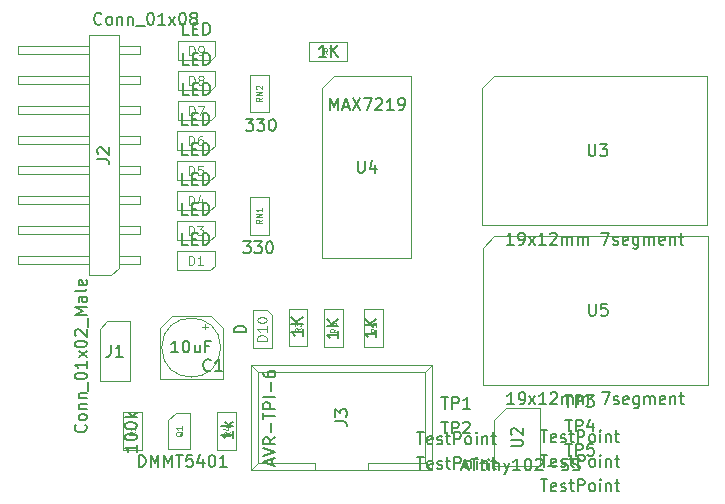
<source format=gbr>
G04 #@! TF.GenerationSoftware,KiCad,Pcbnew,5.1.6-1.fc32*
G04 #@! TF.CreationDate,2020-06-02T17:43:18-04:00*
G04 #@! TF.ProjectId,binarydispattiny,62696e61-7279-4646-9973-70617474696e,0.3*
G04 #@! TF.SameCoordinates,Original*
G04 #@! TF.FileFunction,Other,Fab,Top*
%FSLAX46Y46*%
G04 Gerber Fmt 4.6, Leading zero omitted, Abs format (unit mm)*
G04 Created by KiCad (PCBNEW 5.1.6-1.fc32) date 2020-06-02 17:43:18*
%MOMM*%
%LPD*%
G01*
G04 APERTURE LIST*
%ADD10C,0.100000*%
%ADD11C,0.150000*%
%ADD12C,0.080000*%
%ADD13C,0.120000*%
%ADD14C,0.075000*%
G04 APERTURE END LIST*
D10*
X128714400Y-99923800D02*
X128714400Y-103123800D01*
X127114400Y-99923800D02*
X128714400Y-99923800D01*
X127114400Y-103123800D02*
X127114400Y-99923800D01*
X128714400Y-103123800D02*
X127114400Y-103123800D01*
X133527900Y-103149200D02*
X133527900Y-99949200D01*
X135127900Y-103149200D02*
X133527900Y-103149200D01*
X135127900Y-99949200D02*
X135127900Y-103149200D01*
X133527900Y-99949200D02*
X135127900Y-99949200D01*
X131737000Y-99936500D02*
X131737000Y-103136500D01*
X130137000Y-99936500D02*
X131737000Y-99936500D01*
X130137000Y-103136500D02*
X130137000Y-99936500D01*
X131737000Y-103136500D02*
X130137000Y-103136500D01*
X132054400Y-78943100D02*
X128854400Y-78943100D01*
X132054400Y-77343100D02*
X132054400Y-78943100D01*
X128854400Y-77343100D02*
X132054400Y-77343100D01*
X128854400Y-78943100D02*
X128854400Y-77343100D01*
X113093600Y-111886800D02*
X113093600Y-108686800D01*
X114693600Y-111886800D02*
X113093600Y-111886800D01*
X114693600Y-108686800D02*
X114693600Y-111886800D01*
X113093600Y-108686800D02*
X114693600Y-108686800D01*
X122694600Y-108712200D02*
X122694600Y-111912200D01*
X121094600Y-108712200D02*
X122694600Y-108712200D01*
X121094600Y-111912200D02*
X121094600Y-108712200D01*
X122694600Y-111912200D02*
X121094600Y-111912200D01*
X144535400Y-93770920D02*
X143535400Y-94770920D01*
X162585400Y-106370920D02*
X162585400Y-93770920D01*
X143535400Y-94770920D02*
X143535400Y-106370920D01*
X143535400Y-106370920D02*
X162585400Y-106370920D01*
X144535400Y-93770920D02*
X162585400Y-93770920D01*
X123957400Y-104706100D02*
X139237400Y-104706100D01*
X124497400Y-105256100D02*
X138677400Y-105256100D01*
X123957400Y-113556100D02*
X139237400Y-113556100D01*
X124497400Y-113006100D02*
X129347400Y-113006100D01*
X133847400Y-113006100D02*
X138677400Y-113006100D01*
X129347400Y-113006100D02*
X129347400Y-113556100D01*
X133847400Y-113006100D02*
X133847400Y-113556100D01*
X123957400Y-104706100D02*
X123957400Y-113556100D01*
X124497400Y-105256100D02*
X124497400Y-113006100D01*
X139237400Y-104706100D02*
X139237400Y-113556100D01*
X138677400Y-105256100D02*
X138677400Y-113006100D01*
X123957400Y-104706100D02*
X124497400Y-105256100D01*
X139237400Y-104706100D02*
X138677400Y-105256100D01*
X123957400Y-113556100D02*
X124497400Y-113006100D01*
X139237400Y-113556100D02*
X138677400Y-113006100D01*
X112101500Y-97091500D02*
X110196500Y-97091500D01*
X110196500Y-97091500D02*
X110196500Y-76771500D01*
X110196500Y-76771500D02*
X112736500Y-76771500D01*
X112736500Y-76771500D02*
X112736500Y-96456500D01*
X112736500Y-96456500D02*
X112101500Y-97091500D01*
X114556500Y-96141500D02*
X112736500Y-96141500D01*
X114556500Y-96141500D02*
X114556500Y-95501500D01*
X114556500Y-95501500D02*
X112736500Y-95501500D01*
X110196500Y-96141500D02*
X104196500Y-96141500D01*
X104196500Y-96141500D02*
X104196500Y-95501500D01*
X110196500Y-95501500D02*
X104196500Y-95501500D01*
X114556500Y-93601500D02*
X112736500Y-93601500D01*
X114556500Y-93601500D02*
X114556500Y-92961500D01*
X114556500Y-92961500D02*
X112736500Y-92961500D01*
X110196500Y-93601500D02*
X104196500Y-93601500D01*
X104196500Y-93601500D02*
X104196500Y-92961500D01*
X110196500Y-92961500D02*
X104196500Y-92961500D01*
X114556500Y-91061500D02*
X112736500Y-91061500D01*
X114556500Y-91061500D02*
X114556500Y-90421500D01*
X114556500Y-90421500D02*
X112736500Y-90421500D01*
X110196500Y-91061500D02*
X104196500Y-91061500D01*
X104196500Y-91061500D02*
X104196500Y-90421500D01*
X110196500Y-90421500D02*
X104196500Y-90421500D01*
X114556500Y-88521500D02*
X112736500Y-88521500D01*
X114556500Y-88521500D02*
X114556500Y-87881500D01*
X114556500Y-87881500D02*
X112736500Y-87881500D01*
X110196500Y-88521500D02*
X104196500Y-88521500D01*
X104196500Y-88521500D02*
X104196500Y-87881500D01*
X110196500Y-87881500D02*
X104196500Y-87881500D01*
X114556500Y-85981500D02*
X112736500Y-85981500D01*
X114556500Y-85981500D02*
X114556500Y-85341500D01*
X114556500Y-85341500D02*
X112736500Y-85341500D01*
X110196500Y-85981500D02*
X104196500Y-85981500D01*
X104196500Y-85981500D02*
X104196500Y-85341500D01*
X110196500Y-85341500D02*
X104196500Y-85341500D01*
X114556500Y-83441500D02*
X112736500Y-83441500D01*
X114556500Y-83441500D02*
X114556500Y-82801500D01*
X114556500Y-82801500D02*
X112736500Y-82801500D01*
X110196500Y-83441500D02*
X104196500Y-83441500D01*
X104196500Y-83441500D02*
X104196500Y-82801500D01*
X110196500Y-82801500D02*
X104196500Y-82801500D01*
X114556500Y-80901500D02*
X112736500Y-80901500D01*
X114556500Y-80901500D02*
X114556500Y-80261500D01*
X114556500Y-80261500D02*
X112736500Y-80261500D01*
X110196500Y-80901500D02*
X104196500Y-80901500D01*
X104196500Y-80901500D02*
X104196500Y-80261500D01*
X110196500Y-80261500D02*
X104196500Y-80261500D01*
X114556500Y-78361500D02*
X112736500Y-78361500D01*
X114556500Y-78361500D02*
X114556500Y-77721500D01*
X114556500Y-77721500D02*
X112736500Y-77721500D01*
X110196500Y-78361500D02*
X104196500Y-78361500D01*
X104196500Y-78361500D02*
X104196500Y-77721500D01*
X110196500Y-77721500D02*
X104196500Y-77721500D01*
X111772700Y-100990400D02*
X113677700Y-100990400D01*
X113677700Y-100990400D02*
X113677700Y-106070400D01*
X113677700Y-106070400D02*
X111137700Y-106070400D01*
X111137700Y-106070400D02*
X111137700Y-101625400D01*
X111137700Y-101625400D02*
X111772700Y-100990400D01*
X117653000Y-95085000D02*
X117653000Y-96685000D01*
X120853000Y-95085000D02*
X117653000Y-95085000D01*
X120853000Y-96285000D02*
X120853000Y-95085000D01*
X120453000Y-96685000D02*
X120853000Y-96285000D01*
X117653000Y-96685000D02*
X120453000Y-96685000D01*
X117653000Y-94145000D02*
X120453000Y-94145000D01*
X120453000Y-94145000D02*
X120853000Y-93745000D01*
X120853000Y-93745000D02*
X120853000Y-92545000D01*
X120853000Y-92545000D02*
X117653000Y-92545000D01*
X117653000Y-92545000D02*
X117653000Y-94145000D01*
X117653000Y-90005000D02*
X117653000Y-91605000D01*
X120853000Y-90005000D02*
X117653000Y-90005000D01*
X120853000Y-91205000D02*
X120853000Y-90005000D01*
X120453000Y-91605000D02*
X120853000Y-91205000D01*
X117653000Y-91605000D02*
X120453000Y-91605000D01*
X117653000Y-89065000D02*
X120453000Y-89065000D01*
X120453000Y-89065000D02*
X120853000Y-88665000D01*
X120853000Y-88665000D02*
X120853000Y-87465000D01*
X120853000Y-87465000D02*
X117653000Y-87465000D01*
X117653000Y-87465000D02*
X117653000Y-89065000D01*
X117653000Y-84925000D02*
X117653000Y-86525000D01*
X120853000Y-84925000D02*
X117653000Y-84925000D01*
X120853000Y-86125000D02*
X120853000Y-84925000D01*
X120453000Y-86525000D02*
X120853000Y-86125000D01*
X117653000Y-86525000D02*
X120453000Y-86525000D01*
X117716500Y-83985000D02*
X120516500Y-83985000D01*
X120516500Y-83985000D02*
X120916500Y-83585000D01*
X120916500Y-83585000D02*
X120916500Y-82385000D01*
X120916500Y-82385000D02*
X117716500Y-82385000D01*
X117716500Y-82385000D02*
X117716500Y-83985000D01*
X117716500Y-81445000D02*
X120516500Y-81445000D01*
X120516500Y-81445000D02*
X120916500Y-81045000D01*
X120916500Y-81045000D02*
X120916500Y-79845000D01*
X120916500Y-79845000D02*
X117716500Y-79845000D01*
X117716500Y-79845000D02*
X117716500Y-81445000D01*
X117716500Y-77305000D02*
X117716500Y-78905000D01*
X120916500Y-77305000D02*
X117716500Y-77305000D01*
X120916500Y-78505000D02*
X120916500Y-77305000D01*
X120516500Y-78905000D02*
X120916500Y-78505000D01*
X117716500Y-78905000D02*
X120516500Y-78905000D01*
X145504260Y-108380360D02*
X148429260Y-108380360D01*
X148429260Y-108380360D02*
X148429260Y-113280360D01*
X148429260Y-113280360D02*
X144529260Y-113280360D01*
X144529260Y-113280360D02*
X144529260Y-109355360D01*
X144529260Y-109355360D02*
X145504260Y-108380360D01*
X125691800Y-103268580D02*
X125691800Y-100468580D01*
X125691800Y-100468580D02*
X125291800Y-100068580D01*
X125291800Y-100068580D02*
X124091800Y-100068580D01*
X124091800Y-100068580D02*
X124091800Y-103268580D01*
X124091800Y-103268580D02*
X125691800Y-103268580D01*
X144499840Y-80252580D02*
X162549840Y-80252580D01*
X143499840Y-92852580D02*
X162549840Y-92852580D01*
X143499840Y-81252580D02*
X143499840Y-92852580D01*
X162549840Y-92852580D02*
X162549840Y-80252580D01*
X144499840Y-80252580D02*
X143499840Y-81252580D01*
X116943300Y-109399500D02*
X117593300Y-108749500D01*
X118743300Y-108749500D02*
X117593300Y-108749500D01*
X116943300Y-109399500D02*
X116943300Y-111849500D01*
X118743300Y-111849500D02*
X116943300Y-111849500D01*
X118743300Y-108749500D02*
X118743300Y-111849500D01*
X130988620Y-80252580D02*
X137488620Y-80252580D01*
X137488620Y-80252580D02*
X137488620Y-95652580D01*
X137488620Y-95652580D02*
X129988620Y-95652580D01*
X129988620Y-95652580D02*
X129988620Y-81252580D01*
X129988620Y-81252580D02*
X130988620Y-80252580D01*
X125437800Y-90462300D02*
X125437800Y-93662300D01*
X123837800Y-90462300D02*
X125437800Y-90462300D01*
X123837800Y-93662300D02*
X123837800Y-90462300D01*
X125437800Y-93662300D02*
X123837800Y-93662300D01*
X125437800Y-83311800D02*
X123837800Y-83311800D01*
X123837800Y-83311800D02*
X123837800Y-80111800D01*
X123837800Y-80111800D02*
X125437800Y-80111800D01*
X125437800Y-80111800D02*
X125437800Y-83311800D01*
X121372000Y-103225600D02*
G75*
G03*
X121372000Y-103225600I-2500000J0D01*
G01*
X121522000Y-105875600D02*
X116222000Y-105875600D01*
X121522000Y-101575600D02*
X121522000Y-105875600D01*
X116222000Y-101575600D02*
X116222000Y-105875600D01*
X120522000Y-100575600D02*
X117222000Y-100575600D01*
X120522000Y-100575600D02*
X121522000Y-101575600D01*
X117222000Y-100575600D02*
X116222000Y-101575600D01*
X120072000Y-101191644D02*
X120072000Y-101691644D01*
X120322000Y-101441644D02*
X119822000Y-101441644D01*
D11*
X128341380Y-101649185D02*
X128341380Y-102220614D01*
X128341380Y-101934900D02*
X127341380Y-101934900D01*
X127484238Y-102030138D01*
X127579476Y-102125376D01*
X127627095Y-102220614D01*
X128341380Y-101220614D02*
X127341380Y-101220614D01*
X128341380Y-100649185D02*
X127769952Y-101077757D01*
X127341380Y-100649185D02*
X127912809Y-101220614D01*
D12*
X128140590Y-101607133D02*
X127902495Y-101773800D01*
X128140590Y-101892847D02*
X127640590Y-101892847D01*
X127640590Y-101702371D01*
X127664400Y-101654752D01*
X127688209Y-101630942D01*
X127735828Y-101607133D01*
X127807257Y-101607133D01*
X127854876Y-101630942D01*
X127878685Y-101654752D01*
X127902495Y-101702371D01*
X127902495Y-101892847D01*
X127640590Y-101440466D02*
X127640590Y-101130942D01*
X127831066Y-101297609D01*
X127831066Y-101226180D01*
X127854876Y-101178561D01*
X127878685Y-101154752D01*
X127926304Y-101130942D01*
X128045352Y-101130942D01*
X128092971Y-101154752D01*
X128116780Y-101178561D01*
X128140590Y-101226180D01*
X128140590Y-101369038D01*
X128116780Y-101416657D01*
X128092971Y-101440466D01*
D11*
X134551680Y-101776185D02*
X134551680Y-102347614D01*
X134551680Y-102061900D02*
X133551680Y-102061900D01*
X133694538Y-102157138D01*
X133789776Y-102252376D01*
X133837395Y-102347614D01*
X134551680Y-101347614D02*
X133551680Y-101347614D01*
X134551680Y-100776185D02*
X133980252Y-101204757D01*
X133551680Y-100776185D02*
X134123109Y-101347614D01*
D12*
X134554090Y-101632533D02*
X134315995Y-101799200D01*
X134554090Y-101918247D02*
X134054090Y-101918247D01*
X134054090Y-101727771D01*
X134077900Y-101680152D01*
X134101709Y-101656342D01*
X134149328Y-101632533D01*
X134220757Y-101632533D01*
X134268376Y-101656342D01*
X134292185Y-101680152D01*
X134315995Y-101727771D01*
X134315995Y-101918247D01*
X134054090Y-101180152D02*
X134054090Y-101418247D01*
X134292185Y-101442057D01*
X134268376Y-101418247D01*
X134244566Y-101370628D01*
X134244566Y-101251580D01*
X134268376Y-101203961D01*
X134292185Y-101180152D01*
X134339804Y-101156342D01*
X134458852Y-101156342D01*
X134506471Y-101180152D01*
X134530280Y-101203961D01*
X134554090Y-101251580D01*
X134554090Y-101370628D01*
X134530280Y-101418247D01*
X134506471Y-101442057D01*
D11*
X131338580Y-101839685D02*
X131338580Y-102411114D01*
X131338580Y-102125400D02*
X130338580Y-102125400D01*
X130481438Y-102220638D01*
X130576676Y-102315876D01*
X130624295Y-102411114D01*
X131338580Y-101411114D02*
X130338580Y-101411114D01*
X131338580Y-100839685D02*
X130767152Y-101268257D01*
X130338580Y-100839685D02*
X130910009Y-101411114D01*
D12*
X131163190Y-101619833D02*
X130925095Y-101786500D01*
X131163190Y-101905547D02*
X130663190Y-101905547D01*
X130663190Y-101715071D01*
X130687000Y-101667452D01*
X130710809Y-101643642D01*
X130758428Y-101619833D01*
X130829857Y-101619833D01*
X130877476Y-101643642D01*
X130901285Y-101667452D01*
X130925095Y-101715071D01*
X130925095Y-101905547D01*
X130663190Y-101191261D02*
X130663190Y-101286500D01*
X130687000Y-101334119D01*
X130710809Y-101357928D01*
X130782238Y-101405547D01*
X130877476Y-101429357D01*
X131067952Y-101429357D01*
X131115571Y-101405547D01*
X131139380Y-101381738D01*
X131163190Y-101334119D01*
X131163190Y-101238880D01*
X131139380Y-101191261D01*
X131115571Y-101167452D01*
X131067952Y-101143642D01*
X130948904Y-101143642D01*
X130901285Y-101167452D01*
X130877476Y-101191261D01*
X130853666Y-101238880D01*
X130853666Y-101334119D01*
X130877476Y-101381738D01*
X130901285Y-101405547D01*
X130948904Y-101429357D01*
D11*
X130278214Y-78646280D02*
X129706785Y-78646280D01*
X129992500Y-78646280D02*
X129992500Y-77646280D01*
X129897261Y-77789138D01*
X129802023Y-77884376D01*
X129706785Y-77931995D01*
X130706785Y-78646280D02*
X130706785Y-77646280D01*
X131278214Y-78646280D02*
X130849642Y-78074852D01*
X131278214Y-77646280D02*
X130706785Y-78217709D01*
D12*
X130371066Y-78369290D02*
X130204400Y-78131195D01*
X130085352Y-78369290D02*
X130085352Y-77869290D01*
X130275828Y-77869290D01*
X130323447Y-77893100D01*
X130347257Y-77916909D01*
X130371066Y-77964528D01*
X130371066Y-78035957D01*
X130347257Y-78083576D01*
X130323447Y-78107385D01*
X130275828Y-78131195D01*
X130085352Y-78131195D01*
X130537733Y-77869290D02*
X130871066Y-77869290D01*
X130656780Y-78369290D01*
D11*
X114257080Y-111459828D02*
X114257080Y-112031257D01*
X114257080Y-111745542D02*
X113257080Y-111745542D01*
X113399938Y-111840780D01*
X113495176Y-111936019D01*
X113542795Y-112031257D01*
X113257080Y-110840780D02*
X113257080Y-110745542D01*
X113304700Y-110650304D01*
X113352319Y-110602685D01*
X113447557Y-110555066D01*
X113638033Y-110507447D01*
X113876128Y-110507447D01*
X114066604Y-110555066D01*
X114161842Y-110602685D01*
X114209461Y-110650304D01*
X114257080Y-110745542D01*
X114257080Y-110840780D01*
X114209461Y-110936019D01*
X114161842Y-110983638D01*
X114066604Y-111031257D01*
X113876128Y-111078876D01*
X113638033Y-111078876D01*
X113447557Y-111031257D01*
X113352319Y-110983638D01*
X113304700Y-110936019D01*
X113257080Y-110840780D01*
X113257080Y-109888400D02*
X113257080Y-109793161D01*
X113304700Y-109697923D01*
X113352319Y-109650304D01*
X113447557Y-109602685D01*
X113638033Y-109555066D01*
X113876128Y-109555066D01*
X114066604Y-109602685D01*
X114161842Y-109650304D01*
X114209461Y-109697923D01*
X114257080Y-109793161D01*
X114257080Y-109888400D01*
X114209461Y-109983638D01*
X114161842Y-110031257D01*
X114066604Y-110078876D01*
X113876128Y-110126495D01*
X113638033Y-110126495D01*
X113447557Y-110078876D01*
X113352319Y-110031257D01*
X113304700Y-109983638D01*
X113257080Y-109888400D01*
X114257080Y-109126495D02*
X113257080Y-109126495D01*
X113876128Y-109031257D02*
X114257080Y-108745542D01*
X113590414Y-108745542D02*
X113971366Y-109126495D01*
D12*
X114119790Y-110370133D02*
X113881695Y-110536800D01*
X114119790Y-110655847D02*
X113619790Y-110655847D01*
X113619790Y-110465371D01*
X113643600Y-110417752D01*
X113667409Y-110393942D01*
X113715028Y-110370133D01*
X113786457Y-110370133D01*
X113834076Y-110393942D01*
X113857885Y-110417752D01*
X113881695Y-110465371D01*
X113881695Y-110655847D01*
X114119790Y-109893942D02*
X114119790Y-110179657D01*
X114119790Y-110036800D02*
X113619790Y-110036800D01*
X113691219Y-110084419D01*
X113738838Y-110132038D01*
X113762647Y-110179657D01*
D11*
X122410480Y-110329647D02*
X122410480Y-110901076D01*
X122410480Y-110615361D02*
X121410480Y-110615361D01*
X121553338Y-110710600D01*
X121648576Y-110805838D01*
X121696195Y-110901076D01*
X122410480Y-109901076D02*
X121410480Y-109901076D01*
X122029528Y-109805838D02*
X122410480Y-109520123D01*
X121743814Y-109520123D02*
X122124766Y-109901076D01*
D12*
X122120790Y-110395533D02*
X121882695Y-110562200D01*
X122120790Y-110681247D02*
X121620790Y-110681247D01*
X121620790Y-110490771D01*
X121644600Y-110443152D01*
X121668409Y-110419342D01*
X121716028Y-110395533D01*
X121787457Y-110395533D01*
X121835076Y-110419342D01*
X121858885Y-110443152D01*
X121882695Y-110490771D01*
X121882695Y-110681247D01*
X121787457Y-109966961D02*
X122120790Y-109966961D01*
X121596980Y-110086009D02*
X121954123Y-110205057D01*
X121954123Y-109895533D01*
D11*
X146203257Y-108023300D02*
X145631828Y-108023300D01*
X145917542Y-108023300D02*
X145917542Y-107023300D01*
X145822304Y-107166158D01*
X145727066Y-107261396D01*
X145631828Y-107309015D01*
X146679447Y-108023300D02*
X146869923Y-108023300D01*
X146965161Y-107975681D01*
X147012780Y-107928062D01*
X147108019Y-107785205D01*
X147155638Y-107594729D01*
X147155638Y-107213777D01*
X147108019Y-107118539D01*
X147060400Y-107070920D01*
X146965161Y-107023300D01*
X146774685Y-107023300D01*
X146679447Y-107070920D01*
X146631828Y-107118539D01*
X146584209Y-107213777D01*
X146584209Y-107451872D01*
X146631828Y-107547110D01*
X146679447Y-107594729D01*
X146774685Y-107642348D01*
X146965161Y-107642348D01*
X147060400Y-107594729D01*
X147108019Y-107547110D01*
X147155638Y-107451872D01*
X147488971Y-108023300D02*
X148012780Y-107356634D01*
X147488971Y-107356634D02*
X148012780Y-108023300D01*
X148917542Y-108023300D02*
X148346114Y-108023300D01*
X148631828Y-108023300D02*
X148631828Y-107023300D01*
X148536590Y-107166158D01*
X148441352Y-107261396D01*
X148346114Y-107309015D01*
X149298495Y-107118539D02*
X149346114Y-107070920D01*
X149441352Y-107023300D01*
X149679447Y-107023300D01*
X149774685Y-107070920D01*
X149822304Y-107118539D01*
X149869923Y-107213777D01*
X149869923Y-107309015D01*
X149822304Y-107451872D01*
X149250876Y-108023300D01*
X149869923Y-108023300D01*
X150298495Y-108023300D02*
X150298495Y-107356634D01*
X150298495Y-107451872D02*
X150346114Y-107404253D01*
X150441352Y-107356634D01*
X150584209Y-107356634D01*
X150679447Y-107404253D01*
X150727066Y-107499491D01*
X150727066Y-108023300D01*
X150727066Y-107499491D02*
X150774685Y-107404253D01*
X150869923Y-107356634D01*
X151012780Y-107356634D01*
X151108019Y-107404253D01*
X151155638Y-107499491D01*
X151155638Y-108023300D01*
X151631828Y-108023300D02*
X151631828Y-107356634D01*
X151631828Y-107451872D02*
X151679447Y-107404253D01*
X151774685Y-107356634D01*
X151917542Y-107356634D01*
X152012780Y-107404253D01*
X152060400Y-107499491D01*
X152060400Y-108023300D01*
X152060400Y-107499491D02*
X152108019Y-107404253D01*
X152203257Y-107356634D01*
X152346114Y-107356634D01*
X152441352Y-107404253D01*
X152488971Y-107499491D01*
X152488971Y-108023300D01*
X153631828Y-107023300D02*
X154298495Y-107023300D01*
X153869923Y-108023300D01*
X154631828Y-107975681D02*
X154727066Y-108023300D01*
X154917542Y-108023300D01*
X155012780Y-107975681D01*
X155060400Y-107880443D01*
X155060400Y-107832824D01*
X155012780Y-107737586D01*
X154917542Y-107689967D01*
X154774685Y-107689967D01*
X154679447Y-107642348D01*
X154631828Y-107547110D01*
X154631828Y-107499491D01*
X154679447Y-107404253D01*
X154774685Y-107356634D01*
X154917542Y-107356634D01*
X155012780Y-107404253D01*
X155869923Y-107975681D02*
X155774685Y-108023300D01*
X155584209Y-108023300D01*
X155488971Y-107975681D01*
X155441352Y-107880443D01*
X155441352Y-107499491D01*
X155488971Y-107404253D01*
X155584209Y-107356634D01*
X155774685Y-107356634D01*
X155869923Y-107404253D01*
X155917542Y-107499491D01*
X155917542Y-107594729D01*
X155441352Y-107689967D01*
X156774685Y-107356634D02*
X156774685Y-108166158D01*
X156727066Y-108261396D01*
X156679447Y-108309015D01*
X156584209Y-108356634D01*
X156441352Y-108356634D01*
X156346114Y-108309015D01*
X156774685Y-107975681D02*
X156679447Y-108023300D01*
X156488971Y-108023300D01*
X156393733Y-107975681D01*
X156346114Y-107928062D01*
X156298495Y-107832824D01*
X156298495Y-107547110D01*
X156346114Y-107451872D01*
X156393733Y-107404253D01*
X156488971Y-107356634D01*
X156679447Y-107356634D01*
X156774685Y-107404253D01*
X157250876Y-108023300D02*
X157250876Y-107356634D01*
X157250876Y-107451872D02*
X157298495Y-107404253D01*
X157393733Y-107356634D01*
X157536590Y-107356634D01*
X157631828Y-107404253D01*
X157679447Y-107499491D01*
X157679447Y-108023300D01*
X157679447Y-107499491D02*
X157727066Y-107404253D01*
X157822304Y-107356634D01*
X157965161Y-107356634D01*
X158060400Y-107404253D01*
X158108019Y-107499491D01*
X158108019Y-108023300D01*
X158965161Y-107975681D02*
X158869923Y-108023300D01*
X158679447Y-108023300D01*
X158584209Y-107975681D01*
X158536590Y-107880443D01*
X158536590Y-107499491D01*
X158584209Y-107404253D01*
X158679447Y-107356634D01*
X158869923Y-107356634D01*
X158965161Y-107404253D01*
X159012780Y-107499491D01*
X159012780Y-107594729D01*
X158536590Y-107689967D01*
X159441352Y-107356634D02*
X159441352Y-108023300D01*
X159441352Y-107451872D02*
X159488971Y-107404253D01*
X159584209Y-107356634D01*
X159727066Y-107356634D01*
X159822304Y-107404253D01*
X159869923Y-107499491D01*
X159869923Y-108023300D01*
X160203257Y-107356634D02*
X160584209Y-107356634D01*
X160346114Y-107023300D02*
X160346114Y-107880443D01*
X160393733Y-107975681D01*
X160488971Y-108023300D01*
X160584209Y-108023300D01*
X152548495Y-99523300D02*
X152548495Y-100332824D01*
X152596114Y-100428062D01*
X152643733Y-100475681D01*
X152738971Y-100523300D01*
X152929447Y-100523300D01*
X153024685Y-100475681D01*
X153072304Y-100428062D01*
X153119923Y-100332824D01*
X153119923Y-99523300D01*
X154072304Y-99523300D02*
X153596114Y-99523300D01*
X153548495Y-99999491D01*
X153596114Y-99951872D01*
X153691352Y-99904253D01*
X153929447Y-99904253D01*
X154024685Y-99951872D01*
X154072304Y-99999491D01*
X154119923Y-100094729D01*
X154119923Y-100332824D01*
X154072304Y-100428062D01*
X154024685Y-100475681D01*
X153929447Y-100523300D01*
X153691352Y-100523300D01*
X153596114Y-100475681D01*
X153548495Y-100428062D01*
X125693466Y-113169200D02*
X125693466Y-112693009D01*
X125979180Y-113264438D02*
X124979180Y-112931104D01*
X125979180Y-112597771D01*
X124979180Y-112407295D02*
X125979180Y-112073961D01*
X124979180Y-111740628D01*
X125979180Y-110835866D02*
X125502990Y-111169200D01*
X125979180Y-111407295D02*
X124979180Y-111407295D01*
X124979180Y-111026342D01*
X125026800Y-110931104D01*
X125074419Y-110883485D01*
X125169657Y-110835866D01*
X125312514Y-110835866D01*
X125407752Y-110883485D01*
X125455371Y-110931104D01*
X125502990Y-111026342D01*
X125502990Y-111407295D01*
X125598228Y-110407295D02*
X125598228Y-109645390D01*
X124979180Y-109312057D02*
X124979180Y-108740628D01*
X125979180Y-109026342D02*
X124979180Y-109026342D01*
X125979180Y-108407295D02*
X124979180Y-108407295D01*
X124979180Y-108026342D01*
X125026800Y-107931104D01*
X125074419Y-107883485D01*
X125169657Y-107835866D01*
X125312514Y-107835866D01*
X125407752Y-107883485D01*
X125455371Y-107931104D01*
X125502990Y-108026342D01*
X125502990Y-108407295D01*
X125979180Y-107407295D02*
X124979180Y-107407295D01*
X125598228Y-106931104D02*
X125598228Y-106169200D01*
X124979180Y-105264438D02*
X124979180Y-105454914D01*
X125026800Y-105550152D01*
X125074419Y-105597771D01*
X125217276Y-105693009D01*
X125407752Y-105740628D01*
X125788704Y-105740628D01*
X125883942Y-105693009D01*
X125931561Y-105645390D01*
X125979180Y-105550152D01*
X125979180Y-105359676D01*
X125931561Y-105264438D01*
X125883942Y-105216819D01*
X125788704Y-105169200D01*
X125550609Y-105169200D01*
X125455371Y-105216819D01*
X125407752Y-105264438D01*
X125360133Y-105359676D01*
X125360133Y-105550152D01*
X125407752Y-105645390D01*
X125455371Y-105693009D01*
X125550609Y-105740628D01*
X131049780Y-109464433D02*
X131764066Y-109464433D01*
X131906923Y-109512052D01*
X132002161Y-109607290D01*
X132049780Y-109750147D01*
X132049780Y-109845385D01*
X131049780Y-109083480D02*
X131049780Y-108464433D01*
X131430733Y-108797766D01*
X131430733Y-108654909D01*
X131478352Y-108559671D01*
X131525971Y-108512052D01*
X131621209Y-108464433D01*
X131859304Y-108464433D01*
X131954542Y-108512052D01*
X132002161Y-108559671D01*
X132049780Y-108654909D01*
X132049780Y-108940623D01*
X132002161Y-109035861D01*
X131954542Y-109083480D01*
X111273104Y-75795142D02*
X111225485Y-75842761D01*
X111082628Y-75890380D01*
X110987390Y-75890380D01*
X110844533Y-75842761D01*
X110749295Y-75747523D01*
X110701676Y-75652285D01*
X110654057Y-75461809D01*
X110654057Y-75318952D01*
X110701676Y-75128476D01*
X110749295Y-75033238D01*
X110844533Y-74938000D01*
X110987390Y-74890380D01*
X111082628Y-74890380D01*
X111225485Y-74938000D01*
X111273104Y-74985619D01*
X111844533Y-75890380D02*
X111749295Y-75842761D01*
X111701676Y-75795142D01*
X111654057Y-75699904D01*
X111654057Y-75414190D01*
X111701676Y-75318952D01*
X111749295Y-75271333D01*
X111844533Y-75223714D01*
X111987390Y-75223714D01*
X112082628Y-75271333D01*
X112130247Y-75318952D01*
X112177866Y-75414190D01*
X112177866Y-75699904D01*
X112130247Y-75795142D01*
X112082628Y-75842761D01*
X111987390Y-75890380D01*
X111844533Y-75890380D01*
X112606438Y-75223714D02*
X112606438Y-75890380D01*
X112606438Y-75318952D02*
X112654057Y-75271333D01*
X112749295Y-75223714D01*
X112892152Y-75223714D01*
X112987390Y-75271333D01*
X113035009Y-75366571D01*
X113035009Y-75890380D01*
X113511200Y-75223714D02*
X113511200Y-75890380D01*
X113511200Y-75318952D02*
X113558819Y-75271333D01*
X113654057Y-75223714D01*
X113796914Y-75223714D01*
X113892152Y-75271333D01*
X113939771Y-75366571D01*
X113939771Y-75890380D01*
X114177866Y-75985619D02*
X114939771Y-75985619D01*
X115368342Y-74890380D02*
X115463580Y-74890380D01*
X115558819Y-74938000D01*
X115606438Y-74985619D01*
X115654057Y-75080857D01*
X115701676Y-75271333D01*
X115701676Y-75509428D01*
X115654057Y-75699904D01*
X115606438Y-75795142D01*
X115558819Y-75842761D01*
X115463580Y-75890380D01*
X115368342Y-75890380D01*
X115273104Y-75842761D01*
X115225485Y-75795142D01*
X115177866Y-75699904D01*
X115130247Y-75509428D01*
X115130247Y-75271333D01*
X115177866Y-75080857D01*
X115225485Y-74985619D01*
X115273104Y-74938000D01*
X115368342Y-74890380D01*
X116654057Y-75890380D02*
X116082628Y-75890380D01*
X116368342Y-75890380D02*
X116368342Y-74890380D01*
X116273104Y-75033238D01*
X116177866Y-75128476D01*
X116082628Y-75176095D01*
X116987390Y-75890380D02*
X117511200Y-75223714D01*
X116987390Y-75223714D02*
X117511200Y-75890380D01*
X118082628Y-74890380D02*
X118177866Y-74890380D01*
X118273104Y-74938000D01*
X118320723Y-74985619D01*
X118368342Y-75080857D01*
X118415961Y-75271333D01*
X118415961Y-75509428D01*
X118368342Y-75699904D01*
X118320723Y-75795142D01*
X118273104Y-75842761D01*
X118177866Y-75890380D01*
X118082628Y-75890380D01*
X117987390Y-75842761D01*
X117939771Y-75795142D01*
X117892152Y-75699904D01*
X117844533Y-75509428D01*
X117844533Y-75271333D01*
X117892152Y-75080857D01*
X117939771Y-74985619D01*
X117987390Y-74938000D01*
X118082628Y-74890380D01*
X118987390Y-75318952D02*
X118892152Y-75271333D01*
X118844533Y-75223714D01*
X118796914Y-75128476D01*
X118796914Y-75080857D01*
X118844533Y-74985619D01*
X118892152Y-74938000D01*
X118987390Y-74890380D01*
X119177866Y-74890380D01*
X119273104Y-74938000D01*
X119320723Y-74985619D01*
X119368342Y-75080857D01*
X119368342Y-75128476D01*
X119320723Y-75223714D01*
X119273104Y-75271333D01*
X119177866Y-75318952D01*
X118987390Y-75318952D01*
X118892152Y-75366571D01*
X118844533Y-75414190D01*
X118796914Y-75509428D01*
X118796914Y-75699904D01*
X118844533Y-75795142D01*
X118892152Y-75842761D01*
X118987390Y-75890380D01*
X119177866Y-75890380D01*
X119273104Y-75842761D01*
X119320723Y-75795142D01*
X119368342Y-75699904D01*
X119368342Y-75509428D01*
X119320723Y-75414190D01*
X119273104Y-75366571D01*
X119177866Y-75318952D01*
X110918880Y-87264833D02*
X111633166Y-87264833D01*
X111776023Y-87312452D01*
X111871261Y-87407690D01*
X111918880Y-87550547D01*
X111918880Y-87645785D01*
X111014119Y-86836261D02*
X110966500Y-86788642D01*
X110918880Y-86693404D01*
X110918880Y-86455309D01*
X110966500Y-86360071D01*
X111014119Y-86312452D01*
X111109357Y-86264833D01*
X111204595Y-86264833D01*
X111347452Y-86312452D01*
X111918880Y-86883880D01*
X111918880Y-86264833D01*
X109920042Y-109770133D02*
X109967661Y-109817752D01*
X110015280Y-109960609D01*
X110015280Y-110055847D01*
X109967661Y-110198704D01*
X109872423Y-110293942D01*
X109777185Y-110341561D01*
X109586709Y-110389180D01*
X109443852Y-110389180D01*
X109253376Y-110341561D01*
X109158138Y-110293942D01*
X109062900Y-110198704D01*
X109015280Y-110055847D01*
X109015280Y-109960609D01*
X109062900Y-109817752D01*
X109110519Y-109770133D01*
X110015280Y-109198704D02*
X109967661Y-109293942D01*
X109920042Y-109341561D01*
X109824804Y-109389180D01*
X109539090Y-109389180D01*
X109443852Y-109341561D01*
X109396233Y-109293942D01*
X109348614Y-109198704D01*
X109348614Y-109055847D01*
X109396233Y-108960609D01*
X109443852Y-108912990D01*
X109539090Y-108865371D01*
X109824804Y-108865371D01*
X109920042Y-108912990D01*
X109967661Y-108960609D01*
X110015280Y-109055847D01*
X110015280Y-109198704D01*
X109348614Y-108436800D02*
X110015280Y-108436800D01*
X109443852Y-108436800D02*
X109396233Y-108389180D01*
X109348614Y-108293942D01*
X109348614Y-108151085D01*
X109396233Y-108055847D01*
X109491471Y-108008228D01*
X110015280Y-108008228D01*
X109348614Y-107532038D02*
X110015280Y-107532038D01*
X109443852Y-107532038D02*
X109396233Y-107484419D01*
X109348614Y-107389180D01*
X109348614Y-107246323D01*
X109396233Y-107151085D01*
X109491471Y-107103466D01*
X110015280Y-107103466D01*
X110110519Y-106865371D02*
X110110519Y-106103466D01*
X109015280Y-105674895D02*
X109015280Y-105579657D01*
X109062900Y-105484419D01*
X109110519Y-105436800D01*
X109205757Y-105389180D01*
X109396233Y-105341561D01*
X109634328Y-105341561D01*
X109824804Y-105389180D01*
X109920042Y-105436800D01*
X109967661Y-105484419D01*
X110015280Y-105579657D01*
X110015280Y-105674895D01*
X109967661Y-105770133D01*
X109920042Y-105817752D01*
X109824804Y-105865371D01*
X109634328Y-105912990D01*
X109396233Y-105912990D01*
X109205757Y-105865371D01*
X109110519Y-105817752D01*
X109062900Y-105770133D01*
X109015280Y-105674895D01*
X110015280Y-104389180D02*
X110015280Y-104960609D01*
X110015280Y-104674895D02*
X109015280Y-104674895D01*
X109158138Y-104770133D01*
X109253376Y-104865371D01*
X109300995Y-104960609D01*
X110015280Y-104055847D02*
X109348614Y-103532038D01*
X109348614Y-104055847D02*
X110015280Y-103532038D01*
X109015280Y-102960609D02*
X109015280Y-102865371D01*
X109062900Y-102770133D01*
X109110519Y-102722514D01*
X109205757Y-102674895D01*
X109396233Y-102627276D01*
X109634328Y-102627276D01*
X109824804Y-102674895D01*
X109920042Y-102722514D01*
X109967661Y-102770133D01*
X110015280Y-102865371D01*
X110015280Y-102960609D01*
X109967661Y-103055847D01*
X109920042Y-103103466D01*
X109824804Y-103151085D01*
X109634328Y-103198704D01*
X109396233Y-103198704D01*
X109205757Y-103151085D01*
X109110519Y-103103466D01*
X109062900Y-103055847D01*
X109015280Y-102960609D01*
X109110519Y-102246323D02*
X109062900Y-102198704D01*
X109015280Y-102103466D01*
X109015280Y-101865371D01*
X109062900Y-101770133D01*
X109110519Y-101722514D01*
X109205757Y-101674895D01*
X109300995Y-101674895D01*
X109443852Y-101722514D01*
X110015280Y-102293942D01*
X110015280Y-101674895D01*
X110110519Y-101484419D02*
X110110519Y-100722514D01*
X110015280Y-100484419D02*
X109015280Y-100484419D01*
X109729566Y-100151085D01*
X109015280Y-99817752D01*
X110015280Y-99817752D01*
X110015280Y-98912990D02*
X109491471Y-98912990D01*
X109396233Y-98960609D01*
X109348614Y-99055847D01*
X109348614Y-99246323D01*
X109396233Y-99341561D01*
X109967661Y-98912990D02*
X110015280Y-99008228D01*
X110015280Y-99246323D01*
X109967661Y-99341561D01*
X109872423Y-99389180D01*
X109777185Y-99389180D01*
X109681947Y-99341561D01*
X109634328Y-99246323D01*
X109634328Y-99008228D01*
X109586709Y-98912990D01*
X110015280Y-98293942D02*
X109967661Y-98389180D01*
X109872423Y-98436800D01*
X109015280Y-98436800D01*
X109967661Y-97532038D02*
X110015280Y-97627276D01*
X110015280Y-97817752D01*
X109967661Y-97912990D01*
X109872423Y-97960609D01*
X109491471Y-97960609D01*
X109396233Y-97912990D01*
X109348614Y-97817752D01*
X109348614Y-97627276D01*
X109396233Y-97532038D01*
X109491471Y-97484419D01*
X109586709Y-97484419D01*
X109681947Y-97960609D01*
X112074366Y-102982780D02*
X112074366Y-103697066D01*
X112026747Y-103839923D01*
X111931509Y-103935161D01*
X111788652Y-103982780D01*
X111693414Y-103982780D01*
X113074366Y-103982780D02*
X112502938Y-103982780D01*
X112788652Y-103982780D02*
X112788652Y-102982780D01*
X112693414Y-103125638D01*
X112598176Y-103220876D01*
X112502938Y-103268495D01*
X118610142Y-94517380D02*
X118133952Y-94517380D01*
X118133952Y-93517380D01*
X118943476Y-93993571D02*
X119276809Y-93993571D01*
X119419666Y-94517380D02*
X118943476Y-94517380D01*
X118943476Y-93517380D01*
X119419666Y-93517380D01*
X119848238Y-94517380D02*
X119848238Y-93517380D01*
X120086333Y-93517380D01*
X120229190Y-93565000D01*
X120324428Y-93660238D01*
X120372047Y-93755476D01*
X120419666Y-93945952D01*
X120419666Y-94088809D01*
X120372047Y-94279285D01*
X120324428Y-94374523D01*
X120229190Y-94469761D01*
X120086333Y-94517380D01*
X119848238Y-94517380D01*
D13*
X118662523Y-96246904D02*
X118662523Y-95446904D01*
X118853000Y-95446904D01*
X118967285Y-95485000D01*
X119043476Y-95561190D01*
X119081571Y-95637380D01*
X119119666Y-95789761D01*
X119119666Y-95904047D01*
X119081571Y-96056428D01*
X119043476Y-96132619D01*
X118967285Y-96208809D01*
X118853000Y-96246904D01*
X118662523Y-96246904D01*
X119881571Y-96246904D02*
X119424428Y-96246904D01*
X119653000Y-96246904D02*
X119653000Y-95446904D01*
X119576809Y-95561190D01*
X119500619Y-95637380D01*
X119424428Y-95675476D01*
D11*
X118610142Y-91977380D02*
X118133952Y-91977380D01*
X118133952Y-90977380D01*
X118943476Y-91453571D02*
X119276809Y-91453571D01*
X119419666Y-91977380D02*
X118943476Y-91977380D01*
X118943476Y-90977380D01*
X119419666Y-90977380D01*
X119848238Y-91977380D02*
X119848238Y-90977380D01*
X120086333Y-90977380D01*
X120229190Y-91025000D01*
X120324428Y-91120238D01*
X120372047Y-91215476D01*
X120419666Y-91405952D01*
X120419666Y-91548809D01*
X120372047Y-91739285D01*
X120324428Y-91834523D01*
X120229190Y-91929761D01*
X120086333Y-91977380D01*
X119848238Y-91977380D01*
D13*
X118662523Y-93706904D02*
X118662523Y-92906904D01*
X118853000Y-92906904D01*
X118967285Y-92945000D01*
X119043476Y-93021190D01*
X119081571Y-93097380D01*
X119119666Y-93249761D01*
X119119666Y-93364047D01*
X119081571Y-93516428D01*
X119043476Y-93592619D01*
X118967285Y-93668809D01*
X118853000Y-93706904D01*
X118662523Y-93706904D01*
X119386333Y-92906904D02*
X119881571Y-92906904D01*
X119614904Y-93211666D01*
X119729190Y-93211666D01*
X119805380Y-93249761D01*
X119843476Y-93287857D01*
X119881571Y-93364047D01*
X119881571Y-93554523D01*
X119843476Y-93630714D01*
X119805380Y-93668809D01*
X119729190Y-93706904D01*
X119500619Y-93706904D01*
X119424428Y-93668809D01*
X119386333Y-93630714D01*
D11*
X118610142Y-89437380D02*
X118133952Y-89437380D01*
X118133952Y-88437380D01*
X118943476Y-88913571D02*
X119276809Y-88913571D01*
X119419666Y-89437380D02*
X118943476Y-89437380D01*
X118943476Y-88437380D01*
X119419666Y-88437380D01*
X119848238Y-89437380D02*
X119848238Y-88437380D01*
X120086333Y-88437380D01*
X120229190Y-88485000D01*
X120324428Y-88580238D01*
X120372047Y-88675476D01*
X120419666Y-88865952D01*
X120419666Y-89008809D01*
X120372047Y-89199285D01*
X120324428Y-89294523D01*
X120229190Y-89389761D01*
X120086333Y-89437380D01*
X119848238Y-89437380D01*
D13*
X118662523Y-91166904D02*
X118662523Y-90366904D01*
X118853000Y-90366904D01*
X118967285Y-90405000D01*
X119043476Y-90481190D01*
X119081571Y-90557380D01*
X119119666Y-90709761D01*
X119119666Y-90824047D01*
X119081571Y-90976428D01*
X119043476Y-91052619D01*
X118967285Y-91128809D01*
X118853000Y-91166904D01*
X118662523Y-91166904D01*
X119805380Y-90633571D02*
X119805380Y-91166904D01*
X119614904Y-90328809D02*
X119424428Y-90900238D01*
X119919666Y-90900238D01*
D11*
X118610142Y-86897380D02*
X118133952Y-86897380D01*
X118133952Y-85897380D01*
X118943476Y-86373571D02*
X119276809Y-86373571D01*
X119419666Y-86897380D02*
X118943476Y-86897380D01*
X118943476Y-85897380D01*
X119419666Y-85897380D01*
X119848238Y-86897380D02*
X119848238Y-85897380D01*
X120086333Y-85897380D01*
X120229190Y-85945000D01*
X120324428Y-86040238D01*
X120372047Y-86135476D01*
X120419666Y-86325952D01*
X120419666Y-86468809D01*
X120372047Y-86659285D01*
X120324428Y-86754523D01*
X120229190Y-86849761D01*
X120086333Y-86897380D01*
X119848238Y-86897380D01*
D13*
X118662523Y-88626904D02*
X118662523Y-87826904D01*
X118853000Y-87826904D01*
X118967285Y-87865000D01*
X119043476Y-87941190D01*
X119081571Y-88017380D01*
X119119666Y-88169761D01*
X119119666Y-88284047D01*
X119081571Y-88436428D01*
X119043476Y-88512619D01*
X118967285Y-88588809D01*
X118853000Y-88626904D01*
X118662523Y-88626904D01*
X119843476Y-87826904D02*
X119462523Y-87826904D01*
X119424428Y-88207857D01*
X119462523Y-88169761D01*
X119538714Y-88131666D01*
X119729190Y-88131666D01*
X119805380Y-88169761D01*
X119843476Y-88207857D01*
X119881571Y-88284047D01*
X119881571Y-88474523D01*
X119843476Y-88550714D01*
X119805380Y-88588809D01*
X119729190Y-88626904D01*
X119538714Y-88626904D01*
X119462523Y-88588809D01*
X119424428Y-88550714D01*
D11*
X118610142Y-84357380D02*
X118133952Y-84357380D01*
X118133952Y-83357380D01*
X118943476Y-83833571D02*
X119276809Y-83833571D01*
X119419666Y-84357380D02*
X118943476Y-84357380D01*
X118943476Y-83357380D01*
X119419666Y-83357380D01*
X119848238Y-84357380D02*
X119848238Y-83357380D01*
X120086333Y-83357380D01*
X120229190Y-83405000D01*
X120324428Y-83500238D01*
X120372047Y-83595476D01*
X120419666Y-83785952D01*
X120419666Y-83928809D01*
X120372047Y-84119285D01*
X120324428Y-84214523D01*
X120229190Y-84309761D01*
X120086333Y-84357380D01*
X119848238Y-84357380D01*
D13*
X118662523Y-86086904D02*
X118662523Y-85286904D01*
X118853000Y-85286904D01*
X118967285Y-85325000D01*
X119043476Y-85401190D01*
X119081571Y-85477380D01*
X119119666Y-85629761D01*
X119119666Y-85744047D01*
X119081571Y-85896428D01*
X119043476Y-85972619D01*
X118967285Y-86048809D01*
X118853000Y-86086904D01*
X118662523Y-86086904D01*
X119805380Y-85286904D02*
X119653000Y-85286904D01*
X119576809Y-85325000D01*
X119538714Y-85363095D01*
X119462523Y-85477380D01*
X119424428Y-85629761D01*
X119424428Y-85934523D01*
X119462523Y-86010714D01*
X119500619Y-86048809D01*
X119576809Y-86086904D01*
X119729190Y-86086904D01*
X119805380Y-86048809D01*
X119843476Y-86010714D01*
X119881571Y-85934523D01*
X119881571Y-85744047D01*
X119843476Y-85667857D01*
X119805380Y-85629761D01*
X119729190Y-85591666D01*
X119576809Y-85591666D01*
X119500619Y-85629761D01*
X119462523Y-85667857D01*
X119424428Y-85744047D01*
D11*
X118673642Y-81817380D02*
X118197452Y-81817380D01*
X118197452Y-80817380D01*
X119006976Y-81293571D02*
X119340309Y-81293571D01*
X119483166Y-81817380D02*
X119006976Y-81817380D01*
X119006976Y-80817380D01*
X119483166Y-80817380D01*
X119911738Y-81817380D02*
X119911738Y-80817380D01*
X120149833Y-80817380D01*
X120292690Y-80865000D01*
X120387928Y-80960238D01*
X120435547Y-81055476D01*
X120483166Y-81245952D01*
X120483166Y-81388809D01*
X120435547Y-81579285D01*
X120387928Y-81674523D01*
X120292690Y-81769761D01*
X120149833Y-81817380D01*
X119911738Y-81817380D01*
D13*
X118726023Y-83546904D02*
X118726023Y-82746904D01*
X118916500Y-82746904D01*
X119030785Y-82785000D01*
X119106976Y-82861190D01*
X119145071Y-82937380D01*
X119183166Y-83089761D01*
X119183166Y-83204047D01*
X119145071Y-83356428D01*
X119106976Y-83432619D01*
X119030785Y-83508809D01*
X118916500Y-83546904D01*
X118726023Y-83546904D01*
X119449833Y-82746904D02*
X119983166Y-82746904D01*
X119640309Y-83546904D01*
D11*
X118673642Y-79277380D02*
X118197452Y-79277380D01*
X118197452Y-78277380D01*
X119006976Y-78753571D02*
X119340309Y-78753571D01*
X119483166Y-79277380D02*
X119006976Y-79277380D01*
X119006976Y-78277380D01*
X119483166Y-78277380D01*
X119911738Y-79277380D02*
X119911738Y-78277380D01*
X120149833Y-78277380D01*
X120292690Y-78325000D01*
X120387928Y-78420238D01*
X120435547Y-78515476D01*
X120483166Y-78705952D01*
X120483166Y-78848809D01*
X120435547Y-79039285D01*
X120387928Y-79134523D01*
X120292690Y-79229761D01*
X120149833Y-79277380D01*
X119911738Y-79277380D01*
D13*
X118726023Y-81006904D02*
X118726023Y-80206904D01*
X118916500Y-80206904D01*
X119030785Y-80245000D01*
X119106976Y-80321190D01*
X119145071Y-80397380D01*
X119183166Y-80549761D01*
X119183166Y-80664047D01*
X119145071Y-80816428D01*
X119106976Y-80892619D01*
X119030785Y-80968809D01*
X118916500Y-81006904D01*
X118726023Y-81006904D01*
X119640309Y-80549761D02*
X119564119Y-80511666D01*
X119526023Y-80473571D01*
X119487928Y-80397380D01*
X119487928Y-80359285D01*
X119526023Y-80283095D01*
X119564119Y-80245000D01*
X119640309Y-80206904D01*
X119792690Y-80206904D01*
X119868880Y-80245000D01*
X119906976Y-80283095D01*
X119945071Y-80359285D01*
X119945071Y-80397380D01*
X119906976Y-80473571D01*
X119868880Y-80511666D01*
X119792690Y-80549761D01*
X119640309Y-80549761D01*
X119564119Y-80587857D01*
X119526023Y-80625952D01*
X119487928Y-80702142D01*
X119487928Y-80854523D01*
X119526023Y-80930714D01*
X119564119Y-80968809D01*
X119640309Y-81006904D01*
X119792690Y-81006904D01*
X119868880Y-80968809D01*
X119906976Y-80930714D01*
X119945071Y-80854523D01*
X119945071Y-80702142D01*
X119906976Y-80625952D01*
X119868880Y-80587857D01*
X119792690Y-80549761D01*
D11*
X118673642Y-76737380D02*
X118197452Y-76737380D01*
X118197452Y-75737380D01*
X119006976Y-76213571D02*
X119340309Y-76213571D01*
X119483166Y-76737380D02*
X119006976Y-76737380D01*
X119006976Y-75737380D01*
X119483166Y-75737380D01*
X119911738Y-76737380D02*
X119911738Y-75737380D01*
X120149833Y-75737380D01*
X120292690Y-75785000D01*
X120387928Y-75880238D01*
X120435547Y-75975476D01*
X120483166Y-76165952D01*
X120483166Y-76308809D01*
X120435547Y-76499285D01*
X120387928Y-76594523D01*
X120292690Y-76689761D01*
X120149833Y-76737380D01*
X119911738Y-76737380D01*
D13*
X118726023Y-78466904D02*
X118726023Y-77666904D01*
X118916500Y-77666904D01*
X119030785Y-77705000D01*
X119106976Y-77781190D01*
X119145071Y-77857380D01*
X119183166Y-78009761D01*
X119183166Y-78124047D01*
X119145071Y-78276428D01*
X119106976Y-78352619D01*
X119030785Y-78428809D01*
X118916500Y-78466904D01*
X118726023Y-78466904D01*
X119564119Y-78466904D02*
X119716500Y-78466904D01*
X119792690Y-78428809D01*
X119830785Y-78390714D01*
X119906976Y-78276428D01*
X119945071Y-78124047D01*
X119945071Y-77819285D01*
X119906976Y-77743095D01*
X119868880Y-77705000D01*
X119792690Y-77666904D01*
X119640309Y-77666904D01*
X119564119Y-77705000D01*
X119526023Y-77743095D01*
X119487928Y-77819285D01*
X119487928Y-78009761D01*
X119526023Y-78085952D01*
X119564119Y-78124047D01*
X119640309Y-78162142D01*
X119792690Y-78162142D01*
X119868880Y-78124047D01*
X119906976Y-78085952D01*
X119945071Y-78009761D01*
D11*
X141807869Y-113346526D02*
X142284060Y-113346526D01*
X141712631Y-113632240D02*
X142045964Y-112632240D01*
X142379298Y-113632240D01*
X142569774Y-112632240D02*
X143141202Y-112632240D01*
X142855488Y-113632240D02*
X142855488Y-112632240D01*
X143331679Y-112965574D02*
X143712631Y-112965574D01*
X143474536Y-112632240D02*
X143474536Y-113489383D01*
X143522155Y-113584621D01*
X143617393Y-113632240D01*
X143712631Y-113632240D01*
X144045964Y-113632240D02*
X144045964Y-112965574D01*
X144045964Y-112632240D02*
X143998345Y-112679860D01*
X144045964Y-112727479D01*
X144093583Y-112679860D01*
X144045964Y-112632240D01*
X144045964Y-112727479D01*
X144522155Y-112965574D02*
X144522155Y-113632240D01*
X144522155Y-113060812D02*
X144569774Y-113013193D01*
X144665012Y-112965574D01*
X144807869Y-112965574D01*
X144903107Y-113013193D01*
X144950726Y-113108431D01*
X144950726Y-113632240D01*
X145331679Y-112965574D02*
X145569774Y-113632240D01*
X145807869Y-112965574D02*
X145569774Y-113632240D01*
X145474536Y-113870336D01*
X145426917Y-113917955D01*
X145331679Y-113965574D01*
X146712631Y-113632240D02*
X146141202Y-113632240D01*
X146426917Y-113632240D02*
X146426917Y-112632240D01*
X146331679Y-112775098D01*
X146236440Y-112870336D01*
X146141202Y-112917955D01*
X147331679Y-112632240D02*
X147426917Y-112632240D01*
X147522155Y-112679860D01*
X147569774Y-112727479D01*
X147617393Y-112822717D01*
X147665012Y-113013193D01*
X147665012Y-113251288D01*
X147617393Y-113441764D01*
X147569774Y-113537002D01*
X147522155Y-113584621D01*
X147426917Y-113632240D01*
X147331679Y-113632240D01*
X147236440Y-113584621D01*
X147188821Y-113537002D01*
X147141202Y-113441764D01*
X147093583Y-113251288D01*
X147093583Y-113013193D01*
X147141202Y-112822717D01*
X147188821Y-112727479D01*
X147236440Y-112679860D01*
X147331679Y-112632240D01*
X148045964Y-112727479D02*
X148093583Y-112679860D01*
X148188821Y-112632240D01*
X148426917Y-112632240D01*
X148522155Y-112679860D01*
X148569774Y-112727479D01*
X148617393Y-112822717D01*
X148617393Y-112917955D01*
X148569774Y-113060812D01*
X147998345Y-113632240D01*
X148617393Y-113632240D01*
X149045964Y-113251288D02*
X149807869Y-113251288D01*
X150236440Y-113584621D02*
X150379298Y-113632240D01*
X150617393Y-113632240D01*
X150712631Y-113584621D01*
X150760250Y-113537002D01*
X150807869Y-113441764D01*
X150807869Y-113346526D01*
X150760250Y-113251288D01*
X150712631Y-113203669D01*
X150617393Y-113156050D01*
X150426917Y-113108431D01*
X150331679Y-113060812D01*
X150284060Y-113013193D01*
X150236440Y-112917955D01*
X150236440Y-112822717D01*
X150284060Y-112727479D01*
X150331679Y-112679860D01*
X150426917Y-112632240D01*
X150665012Y-112632240D01*
X150807869Y-112679860D01*
X151188821Y-113584621D02*
X151331679Y-113632240D01*
X151569774Y-113632240D01*
X151665012Y-113584621D01*
X151712631Y-113537002D01*
X151760250Y-113441764D01*
X151760250Y-113346526D01*
X151712631Y-113251288D01*
X151665012Y-113203669D01*
X151569774Y-113156050D01*
X151379298Y-113108431D01*
X151284060Y-113060812D01*
X151236440Y-113013193D01*
X151188821Y-112917955D01*
X151188821Y-112822717D01*
X151236440Y-112727479D01*
X151284060Y-112679860D01*
X151379298Y-112632240D01*
X151617393Y-112632240D01*
X151760250Y-112679860D01*
X145942593Y-111577026D02*
X146735926Y-111577026D01*
X146829260Y-111530360D01*
X146875926Y-111483693D01*
X146922593Y-111390360D01*
X146922593Y-111203693D01*
X146875926Y-111110360D01*
X146829260Y-111063693D01*
X146735926Y-111017026D01*
X145942593Y-111017026D01*
X146035926Y-110597026D02*
X145989260Y-110550360D01*
X145942593Y-110457026D01*
X145942593Y-110223693D01*
X145989260Y-110130360D01*
X146035926Y-110083693D01*
X146129260Y-110037026D01*
X146222593Y-110037026D01*
X146362593Y-110083693D01*
X146922593Y-110643693D01*
X146922593Y-110037026D01*
X123524180Y-101930484D02*
X122524180Y-101930484D01*
X122524180Y-101692389D01*
X122571800Y-101549532D01*
X122667038Y-101454294D01*
X122762276Y-101406675D01*
X122952752Y-101359056D01*
X123095609Y-101359056D01*
X123286085Y-101406675D01*
X123381323Y-101454294D01*
X123476561Y-101549532D01*
X123524180Y-101692389D01*
X123524180Y-101930484D01*
D13*
X125253704Y-102640008D02*
X124453704Y-102640008D01*
X124453704Y-102449532D01*
X124491800Y-102335246D01*
X124567990Y-102259056D01*
X124644180Y-102220960D01*
X124796561Y-102182865D01*
X124910847Y-102182865D01*
X125063228Y-102220960D01*
X125139419Y-102259056D01*
X125215609Y-102335246D01*
X125253704Y-102449532D01*
X125253704Y-102640008D01*
X125253704Y-101420960D02*
X125253704Y-101878103D01*
X125253704Y-101649532D02*
X124453704Y-101649532D01*
X124567990Y-101725722D01*
X124644180Y-101801913D01*
X124682276Y-101878103D01*
X124453704Y-100925722D02*
X124453704Y-100849532D01*
X124491800Y-100773341D01*
X124529895Y-100735246D01*
X124606085Y-100697151D01*
X124758466Y-100659056D01*
X124948942Y-100659056D01*
X125101323Y-100697151D01*
X125177514Y-100735246D01*
X125215609Y-100773341D01*
X125253704Y-100849532D01*
X125253704Y-100925722D01*
X125215609Y-101001913D01*
X125177514Y-101040008D01*
X125101323Y-101078103D01*
X124948942Y-101116199D01*
X124758466Y-101116199D01*
X124606085Y-101078103D01*
X124529895Y-101040008D01*
X124491800Y-101001913D01*
X124453704Y-100925722D01*
D11*
X146167697Y-94504960D02*
X145596268Y-94504960D01*
X145881982Y-94504960D02*
X145881982Y-93504960D01*
X145786744Y-93647818D01*
X145691506Y-93743056D01*
X145596268Y-93790675D01*
X146643887Y-94504960D02*
X146834363Y-94504960D01*
X146929601Y-94457341D01*
X146977220Y-94409722D01*
X147072459Y-94266865D01*
X147120078Y-94076389D01*
X147120078Y-93695437D01*
X147072459Y-93600199D01*
X147024840Y-93552580D01*
X146929601Y-93504960D01*
X146739125Y-93504960D01*
X146643887Y-93552580D01*
X146596268Y-93600199D01*
X146548649Y-93695437D01*
X146548649Y-93933532D01*
X146596268Y-94028770D01*
X146643887Y-94076389D01*
X146739125Y-94124008D01*
X146929601Y-94124008D01*
X147024840Y-94076389D01*
X147072459Y-94028770D01*
X147120078Y-93933532D01*
X147453411Y-94504960D02*
X147977220Y-93838294D01*
X147453411Y-93838294D02*
X147977220Y-94504960D01*
X148881982Y-94504960D02*
X148310554Y-94504960D01*
X148596268Y-94504960D02*
X148596268Y-93504960D01*
X148501030Y-93647818D01*
X148405792Y-93743056D01*
X148310554Y-93790675D01*
X149262935Y-93600199D02*
X149310554Y-93552580D01*
X149405792Y-93504960D01*
X149643887Y-93504960D01*
X149739125Y-93552580D01*
X149786744Y-93600199D01*
X149834363Y-93695437D01*
X149834363Y-93790675D01*
X149786744Y-93933532D01*
X149215316Y-94504960D01*
X149834363Y-94504960D01*
X150262935Y-94504960D02*
X150262935Y-93838294D01*
X150262935Y-93933532D02*
X150310554Y-93885913D01*
X150405792Y-93838294D01*
X150548649Y-93838294D01*
X150643887Y-93885913D01*
X150691506Y-93981151D01*
X150691506Y-94504960D01*
X150691506Y-93981151D02*
X150739125Y-93885913D01*
X150834363Y-93838294D01*
X150977220Y-93838294D01*
X151072459Y-93885913D01*
X151120078Y-93981151D01*
X151120078Y-94504960D01*
X151596268Y-94504960D02*
X151596268Y-93838294D01*
X151596268Y-93933532D02*
X151643887Y-93885913D01*
X151739125Y-93838294D01*
X151881982Y-93838294D01*
X151977220Y-93885913D01*
X152024840Y-93981151D01*
X152024840Y-94504960D01*
X152024840Y-93981151D02*
X152072459Y-93885913D01*
X152167697Y-93838294D01*
X152310554Y-93838294D01*
X152405792Y-93885913D01*
X152453411Y-93981151D01*
X152453411Y-94504960D01*
X153596268Y-93504960D02*
X154262935Y-93504960D01*
X153834363Y-94504960D01*
X154596268Y-94457341D02*
X154691506Y-94504960D01*
X154881982Y-94504960D01*
X154977220Y-94457341D01*
X155024840Y-94362103D01*
X155024840Y-94314484D01*
X154977220Y-94219246D01*
X154881982Y-94171627D01*
X154739125Y-94171627D01*
X154643887Y-94124008D01*
X154596268Y-94028770D01*
X154596268Y-93981151D01*
X154643887Y-93885913D01*
X154739125Y-93838294D01*
X154881982Y-93838294D01*
X154977220Y-93885913D01*
X155834363Y-94457341D02*
X155739125Y-94504960D01*
X155548649Y-94504960D01*
X155453411Y-94457341D01*
X155405792Y-94362103D01*
X155405792Y-93981151D01*
X155453411Y-93885913D01*
X155548649Y-93838294D01*
X155739125Y-93838294D01*
X155834363Y-93885913D01*
X155881982Y-93981151D01*
X155881982Y-94076389D01*
X155405792Y-94171627D01*
X156739125Y-93838294D02*
X156739125Y-94647818D01*
X156691506Y-94743056D01*
X156643887Y-94790675D01*
X156548649Y-94838294D01*
X156405792Y-94838294D01*
X156310554Y-94790675D01*
X156739125Y-94457341D02*
X156643887Y-94504960D01*
X156453411Y-94504960D01*
X156358173Y-94457341D01*
X156310554Y-94409722D01*
X156262935Y-94314484D01*
X156262935Y-94028770D01*
X156310554Y-93933532D01*
X156358173Y-93885913D01*
X156453411Y-93838294D01*
X156643887Y-93838294D01*
X156739125Y-93885913D01*
X157215316Y-94504960D02*
X157215316Y-93838294D01*
X157215316Y-93933532D02*
X157262935Y-93885913D01*
X157358173Y-93838294D01*
X157501030Y-93838294D01*
X157596268Y-93885913D01*
X157643887Y-93981151D01*
X157643887Y-94504960D01*
X157643887Y-93981151D02*
X157691506Y-93885913D01*
X157786744Y-93838294D01*
X157929601Y-93838294D01*
X158024840Y-93885913D01*
X158072459Y-93981151D01*
X158072459Y-94504960D01*
X158929601Y-94457341D02*
X158834363Y-94504960D01*
X158643887Y-94504960D01*
X158548649Y-94457341D01*
X158501030Y-94362103D01*
X158501030Y-93981151D01*
X158548649Y-93885913D01*
X158643887Y-93838294D01*
X158834363Y-93838294D01*
X158929601Y-93885913D01*
X158977220Y-93981151D01*
X158977220Y-94076389D01*
X158501030Y-94171627D01*
X159405792Y-93838294D02*
X159405792Y-94504960D01*
X159405792Y-93933532D02*
X159453411Y-93885913D01*
X159548649Y-93838294D01*
X159691506Y-93838294D01*
X159786744Y-93885913D01*
X159834363Y-93981151D01*
X159834363Y-94504960D01*
X160167697Y-93838294D02*
X160548649Y-93838294D01*
X160310554Y-93504960D02*
X160310554Y-94362103D01*
X160358173Y-94457341D01*
X160453411Y-94504960D01*
X160548649Y-94504960D01*
X152512935Y-86004960D02*
X152512935Y-86814484D01*
X152560554Y-86909722D01*
X152608173Y-86957341D01*
X152703411Y-87004960D01*
X152893887Y-87004960D01*
X152989125Y-86957341D01*
X153036744Y-86909722D01*
X153084363Y-86814484D01*
X153084363Y-86004960D01*
X153465316Y-86004960D02*
X154084363Y-86004960D01*
X153751030Y-86385913D01*
X153893887Y-86385913D01*
X153989125Y-86433532D01*
X154036744Y-86481151D01*
X154084363Y-86576389D01*
X154084363Y-86814484D01*
X154036744Y-86909722D01*
X153989125Y-86957341D01*
X153893887Y-87004960D01*
X153608173Y-87004960D01*
X153512935Y-86957341D01*
X153465316Y-86909722D01*
X114432223Y-113317280D02*
X114432223Y-112317280D01*
X114670319Y-112317280D01*
X114813176Y-112364900D01*
X114908414Y-112460138D01*
X114956033Y-112555376D01*
X115003652Y-112745852D01*
X115003652Y-112888709D01*
X114956033Y-113079185D01*
X114908414Y-113174423D01*
X114813176Y-113269661D01*
X114670319Y-113317280D01*
X114432223Y-113317280D01*
X115432223Y-113317280D02*
X115432223Y-112317280D01*
X115765557Y-113031566D01*
X116098890Y-112317280D01*
X116098890Y-113317280D01*
X116575080Y-113317280D02*
X116575080Y-112317280D01*
X116908414Y-113031566D01*
X117241747Y-112317280D01*
X117241747Y-113317280D01*
X117575080Y-112317280D02*
X118146509Y-112317280D01*
X117860795Y-113317280D02*
X117860795Y-112317280D01*
X118956033Y-112317280D02*
X118479842Y-112317280D01*
X118432223Y-112793471D01*
X118479842Y-112745852D01*
X118575080Y-112698233D01*
X118813176Y-112698233D01*
X118908414Y-112745852D01*
X118956033Y-112793471D01*
X119003652Y-112888709D01*
X119003652Y-113126804D01*
X118956033Y-113222042D01*
X118908414Y-113269661D01*
X118813176Y-113317280D01*
X118575080Y-113317280D01*
X118479842Y-113269661D01*
X118432223Y-113222042D01*
X119860795Y-112650614D02*
X119860795Y-113317280D01*
X119622700Y-112269661D02*
X119384604Y-112983947D01*
X120003652Y-112983947D01*
X120575080Y-112317280D02*
X120670319Y-112317280D01*
X120765557Y-112364900D01*
X120813176Y-112412519D01*
X120860795Y-112507757D01*
X120908414Y-112698233D01*
X120908414Y-112936328D01*
X120860795Y-113126804D01*
X120813176Y-113222042D01*
X120765557Y-113269661D01*
X120670319Y-113317280D01*
X120575080Y-113317280D01*
X120479842Y-113269661D01*
X120432223Y-113222042D01*
X120384604Y-113126804D01*
X120336985Y-112936328D01*
X120336985Y-112698233D01*
X120384604Y-112507757D01*
X120432223Y-112412519D01*
X120479842Y-112364900D01*
X120575080Y-112317280D01*
X121860795Y-113317280D02*
X121289366Y-113317280D01*
X121575080Y-113317280D02*
X121575080Y-112317280D01*
X121479842Y-112460138D01*
X121384604Y-112555376D01*
X121289366Y-112602995D01*
D14*
X118117109Y-110347119D02*
X118093300Y-110394738D01*
X118045680Y-110442357D01*
X117974252Y-110513785D01*
X117950442Y-110561404D01*
X117950442Y-110609023D01*
X118069490Y-110585214D02*
X118045680Y-110632833D01*
X117998061Y-110680452D01*
X117902823Y-110704261D01*
X117736157Y-110704261D01*
X117640919Y-110680452D01*
X117593300Y-110632833D01*
X117569490Y-110585214D01*
X117569490Y-110489976D01*
X117593300Y-110442357D01*
X117640919Y-110394738D01*
X117736157Y-110370928D01*
X117902823Y-110370928D01*
X117998061Y-110394738D01*
X118045680Y-110442357D01*
X118069490Y-110489976D01*
X118069490Y-110585214D01*
X118069490Y-109894738D02*
X118069490Y-110180452D01*
X118069490Y-110037595D02*
X117569490Y-110037595D01*
X117640919Y-110085214D01*
X117688538Y-110132833D01*
X117712347Y-110180452D01*
D11*
X130633862Y-83109060D02*
X130633862Y-82109060D01*
X130967196Y-82823346D01*
X131300529Y-82109060D01*
X131300529Y-83109060D01*
X131729100Y-82823346D02*
X132205291Y-82823346D01*
X131633862Y-83109060D02*
X131967196Y-82109060D01*
X132300529Y-83109060D01*
X132538624Y-82109060D02*
X133205291Y-83109060D01*
X133205291Y-82109060D02*
X132538624Y-83109060D01*
X133491005Y-82109060D02*
X134157672Y-82109060D01*
X133729100Y-83109060D01*
X134491005Y-82204299D02*
X134538624Y-82156680D01*
X134633862Y-82109060D01*
X134871958Y-82109060D01*
X134967196Y-82156680D01*
X135014815Y-82204299D01*
X135062434Y-82299537D01*
X135062434Y-82394775D01*
X135014815Y-82537632D01*
X134443386Y-83109060D01*
X135062434Y-83109060D01*
X136014815Y-83109060D02*
X135443386Y-83109060D01*
X135729100Y-83109060D02*
X135729100Y-82109060D01*
X135633862Y-82251918D01*
X135538624Y-82347156D01*
X135443386Y-82394775D01*
X136491005Y-83109060D02*
X136681481Y-83109060D01*
X136776720Y-83061441D01*
X136824339Y-83013822D01*
X136919577Y-82870965D01*
X136967196Y-82680489D01*
X136967196Y-82299537D01*
X136919577Y-82204299D01*
X136871958Y-82156680D01*
X136776720Y-82109060D01*
X136586243Y-82109060D01*
X136491005Y-82156680D01*
X136443386Y-82204299D01*
X136395767Y-82299537D01*
X136395767Y-82537632D01*
X136443386Y-82632870D01*
X136491005Y-82680489D01*
X136586243Y-82728108D01*
X136776720Y-82728108D01*
X136871958Y-82680489D01*
X136919577Y-82632870D01*
X136967196Y-82537632D01*
X132976715Y-87404960D02*
X132976715Y-88214484D01*
X133024334Y-88309722D01*
X133071953Y-88357341D01*
X133167191Y-88404960D01*
X133357667Y-88404960D01*
X133452905Y-88357341D01*
X133500524Y-88309722D01*
X133548143Y-88214484D01*
X133548143Y-87404960D01*
X134452905Y-87738294D02*
X134452905Y-88404960D01*
X134214810Y-87357341D02*
X133976715Y-88071627D01*
X134595762Y-88071627D01*
X123275885Y-94232480D02*
X123894933Y-94232480D01*
X123561600Y-94613433D01*
X123704457Y-94613433D01*
X123799695Y-94661052D01*
X123847314Y-94708671D01*
X123894933Y-94803909D01*
X123894933Y-95042004D01*
X123847314Y-95137242D01*
X123799695Y-95184861D01*
X123704457Y-95232480D01*
X123418742Y-95232480D01*
X123323504Y-95184861D01*
X123275885Y-95137242D01*
X124228266Y-94232480D02*
X124847314Y-94232480D01*
X124513980Y-94613433D01*
X124656838Y-94613433D01*
X124752076Y-94661052D01*
X124799695Y-94708671D01*
X124847314Y-94803909D01*
X124847314Y-95042004D01*
X124799695Y-95137242D01*
X124752076Y-95184861D01*
X124656838Y-95232480D01*
X124371123Y-95232480D01*
X124275885Y-95184861D01*
X124228266Y-95137242D01*
X125466361Y-94232480D02*
X125561600Y-94232480D01*
X125656838Y-94280100D01*
X125704457Y-94327719D01*
X125752076Y-94422957D01*
X125799695Y-94613433D01*
X125799695Y-94851528D01*
X125752076Y-95042004D01*
X125704457Y-95137242D01*
X125656838Y-95184861D01*
X125561600Y-95232480D01*
X125466361Y-95232480D01*
X125371123Y-95184861D01*
X125323504Y-95137242D01*
X125275885Y-95042004D01*
X125228266Y-94851528D01*
X125228266Y-94613433D01*
X125275885Y-94422957D01*
X125323504Y-94327719D01*
X125371123Y-94280100D01*
X125466361Y-94232480D01*
D14*
X124863990Y-92407538D02*
X124625895Y-92574204D01*
X124863990Y-92693252D02*
X124363990Y-92693252D01*
X124363990Y-92502776D01*
X124387800Y-92455157D01*
X124411609Y-92431347D01*
X124459228Y-92407538D01*
X124530657Y-92407538D01*
X124578276Y-92431347D01*
X124602085Y-92455157D01*
X124625895Y-92502776D01*
X124625895Y-92693252D01*
X124863990Y-92193252D02*
X124363990Y-92193252D01*
X124863990Y-91907538D01*
X124363990Y-91907538D01*
X124863990Y-91407538D02*
X124863990Y-91693252D01*
X124863990Y-91550395D02*
X124363990Y-91550395D01*
X124435419Y-91598014D01*
X124483038Y-91645633D01*
X124506847Y-91693252D01*
D11*
X123491785Y-83869280D02*
X124110833Y-83869280D01*
X123777500Y-84250233D01*
X123920357Y-84250233D01*
X124015595Y-84297852D01*
X124063214Y-84345471D01*
X124110833Y-84440709D01*
X124110833Y-84678804D01*
X124063214Y-84774042D01*
X124015595Y-84821661D01*
X123920357Y-84869280D01*
X123634642Y-84869280D01*
X123539404Y-84821661D01*
X123491785Y-84774042D01*
X124444166Y-83869280D02*
X125063214Y-83869280D01*
X124729880Y-84250233D01*
X124872738Y-84250233D01*
X124967976Y-84297852D01*
X125015595Y-84345471D01*
X125063214Y-84440709D01*
X125063214Y-84678804D01*
X125015595Y-84774042D01*
X124967976Y-84821661D01*
X124872738Y-84869280D01*
X124587023Y-84869280D01*
X124491785Y-84821661D01*
X124444166Y-84774042D01*
X125682261Y-83869280D02*
X125777500Y-83869280D01*
X125872738Y-83916900D01*
X125920357Y-83964519D01*
X125967976Y-84059757D01*
X126015595Y-84250233D01*
X126015595Y-84488328D01*
X125967976Y-84678804D01*
X125920357Y-84774042D01*
X125872738Y-84821661D01*
X125777500Y-84869280D01*
X125682261Y-84869280D01*
X125587023Y-84821661D01*
X125539404Y-84774042D01*
X125491785Y-84678804D01*
X125444166Y-84488328D01*
X125444166Y-84250233D01*
X125491785Y-84059757D01*
X125539404Y-83964519D01*
X125587023Y-83916900D01*
X125682261Y-83869280D01*
D14*
X124863990Y-82057038D02*
X124625895Y-82223704D01*
X124863990Y-82342752D02*
X124363990Y-82342752D01*
X124363990Y-82152276D01*
X124387800Y-82104657D01*
X124411609Y-82080847D01*
X124459228Y-82057038D01*
X124530657Y-82057038D01*
X124578276Y-82080847D01*
X124602085Y-82104657D01*
X124625895Y-82152276D01*
X124625895Y-82342752D01*
X124863990Y-81842752D02*
X124363990Y-81842752D01*
X124863990Y-81557038D01*
X124363990Y-81557038D01*
X124411609Y-81342752D02*
X124387800Y-81318942D01*
X124363990Y-81271323D01*
X124363990Y-81152276D01*
X124387800Y-81104657D01*
X124411609Y-81080847D01*
X124459228Y-81057038D01*
X124506847Y-81057038D01*
X124578276Y-81080847D01*
X124863990Y-81366561D01*
X124863990Y-81057038D01*
D11*
X117775171Y-103639880D02*
X117203742Y-103639880D01*
X117489457Y-103639880D02*
X117489457Y-102639880D01*
X117394219Y-102782738D01*
X117298980Y-102877976D01*
X117203742Y-102925595D01*
X118394219Y-102639880D02*
X118489457Y-102639880D01*
X118584695Y-102687500D01*
X118632314Y-102735119D01*
X118679933Y-102830357D01*
X118727552Y-103020833D01*
X118727552Y-103258928D01*
X118679933Y-103449404D01*
X118632314Y-103544642D01*
X118584695Y-103592261D01*
X118489457Y-103639880D01*
X118394219Y-103639880D01*
X118298980Y-103592261D01*
X118251361Y-103544642D01*
X118203742Y-103449404D01*
X118156123Y-103258928D01*
X118156123Y-103020833D01*
X118203742Y-102830357D01*
X118251361Y-102735119D01*
X118298980Y-102687500D01*
X118394219Y-102639880D01*
X119584695Y-102973214D02*
X119584695Y-103639880D01*
X119156123Y-102973214D02*
X119156123Y-103497023D01*
X119203742Y-103592261D01*
X119298980Y-103639880D01*
X119441838Y-103639880D01*
X119537076Y-103592261D01*
X119584695Y-103544642D01*
X120394219Y-103116071D02*
X120060885Y-103116071D01*
X120060885Y-103639880D02*
X120060885Y-102639880D01*
X120537076Y-102639880D01*
X120521433Y-105119442D02*
X120473814Y-105167061D01*
X120330957Y-105214680D01*
X120235719Y-105214680D01*
X120092861Y-105167061D01*
X119997623Y-105071823D01*
X119950004Y-104976585D01*
X119902385Y-104786109D01*
X119902385Y-104643252D01*
X119950004Y-104452776D01*
X119997623Y-104357538D01*
X120092861Y-104262300D01*
X120235719Y-104214680D01*
X120330957Y-104214680D01*
X120473814Y-104262300D01*
X120521433Y-104309919D01*
X121473814Y-105214680D02*
X120902385Y-105214680D01*
X121188100Y-105214680D02*
X121188100Y-104214680D01*
X121092861Y-104357538D01*
X120997623Y-104452776D01*
X120902385Y-104500395D01*
X137982106Y-112488060D02*
X138553535Y-112488060D01*
X138267820Y-113488060D02*
X138267820Y-112488060D01*
X139267820Y-113440441D02*
X139172582Y-113488060D01*
X138982106Y-113488060D01*
X138886868Y-113440441D01*
X138839249Y-113345203D01*
X138839249Y-112964251D01*
X138886868Y-112869013D01*
X138982106Y-112821394D01*
X139172582Y-112821394D01*
X139267820Y-112869013D01*
X139315440Y-112964251D01*
X139315440Y-113059489D01*
X138839249Y-113154727D01*
X139696392Y-113440441D02*
X139791630Y-113488060D01*
X139982106Y-113488060D01*
X140077344Y-113440441D01*
X140124963Y-113345203D01*
X140124963Y-113297584D01*
X140077344Y-113202346D01*
X139982106Y-113154727D01*
X139839249Y-113154727D01*
X139744011Y-113107108D01*
X139696392Y-113011870D01*
X139696392Y-112964251D01*
X139744011Y-112869013D01*
X139839249Y-112821394D01*
X139982106Y-112821394D01*
X140077344Y-112869013D01*
X140410678Y-112821394D02*
X140791630Y-112821394D01*
X140553535Y-112488060D02*
X140553535Y-113345203D01*
X140601154Y-113440441D01*
X140696392Y-113488060D01*
X140791630Y-113488060D01*
X141124963Y-113488060D02*
X141124963Y-112488060D01*
X141505916Y-112488060D01*
X141601154Y-112535680D01*
X141648773Y-112583299D01*
X141696392Y-112678537D01*
X141696392Y-112821394D01*
X141648773Y-112916632D01*
X141601154Y-112964251D01*
X141505916Y-113011870D01*
X141124963Y-113011870D01*
X142267820Y-113488060D02*
X142172582Y-113440441D01*
X142124963Y-113392822D01*
X142077344Y-113297584D01*
X142077344Y-113011870D01*
X142124963Y-112916632D01*
X142172582Y-112869013D01*
X142267820Y-112821394D01*
X142410678Y-112821394D01*
X142505916Y-112869013D01*
X142553535Y-112916632D01*
X142601154Y-113011870D01*
X142601154Y-113297584D01*
X142553535Y-113392822D01*
X142505916Y-113440441D01*
X142410678Y-113488060D01*
X142267820Y-113488060D01*
X143029725Y-113488060D02*
X143029725Y-112821394D01*
X143029725Y-112488060D02*
X142982106Y-112535680D01*
X143029725Y-112583299D01*
X143077344Y-112535680D01*
X143029725Y-112488060D01*
X143029725Y-112583299D01*
X143505916Y-112821394D02*
X143505916Y-113488060D01*
X143505916Y-112916632D02*
X143553535Y-112869013D01*
X143648773Y-112821394D01*
X143791630Y-112821394D01*
X143886868Y-112869013D01*
X143934487Y-112964251D01*
X143934487Y-113488060D01*
X144267820Y-112821394D02*
X144648773Y-112821394D01*
X144410678Y-112488060D02*
X144410678Y-113345203D01*
X144458297Y-113440441D01*
X144553535Y-113488060D01*
X144648773Y-113488060D01*
X140053535Y-109488060D02*
X140624963Y-109488060D01*
X140339249Y-110488060D02*
X140339249Y-109488060D01*
X140958297Y-110488060D02*
X140958297Y-109488060D01*
X141339249Y-109488060D01*
X141434487Y-109535680D01*
X141482106Y-109583299D01*
X141529725Y-109678537D01*
X141529725Y-109821394D01*
X141482106Y-109916632D01*
X141434487Y-109964251D01*
X141339249Y-110011870D01*
X140958297Y-110011870D01*
X141910678Y-109583299D02*
X141958297Y-109535680D01*
X142053535Y-109488060D01*
X142291630Y-109488060D01*
X142386868Y-109535680D01*
X142434487Y-109583299D01*
X142482106Y-109678537D01*
X142482106Y-109773775D01*
X142434487Y-109916632D01*
X141863059Y-110488060D01*
X142482106Y-110488060D01*
X137982106Y-110400180D02*
X138553535Y-110400180D01*
X138267820Y-111400180D02*
X138267820Y-110400180D01*
X139267820Y-111352561D02*
X139172582Y-111400180D01*
X138982106Y-111400180D01*
X138886868Y-111352561D01*
X138839249Y-111257323D01*
X138839249Y-110876371D01*
X138886868Y-110781133D01*
X138982106Y-110733514D01*
X139172582Y-110733514D01*
X139267820Y-110781133D01*
X139315440Y-110876371D01*
X139315440Y-110971609D01*
X138839249Y-111066847D01*
X139696392Y-111352561D02*
X139791630Y-111400180D01*
X139982106Y-111400180D01*
X140077344Y-111352561D01*
X140124963Y-111257323D01*
X140124963Y-111209704D01*
X140077344Y-111114466D01*
X139982106Y-111066847D01*
X139839249Y-111066847D01*
X139744011Y-111019228D01*
X139696392Y-110923990D01*
X139696392Y-110876371D01*
X139744011Y-110781133D01*
X139839249Y-110733514D01*
X139982106Y-110733514D01*
X140077344Y-110781133D01*
X140410678Y-110733514D02*
X140791630Y-110733514D01*
X140553535Y-110400180D02*
X140553535Y-111257323D01*
X140601154Y-111352561D01*
X140696392Y-111400180D01*
X140791630Y-111400180D01*
X141124963Y-111400180D02*
X141124963Y-110400180D01*
X141505916Y-110400180D01*
X141601154Y-110447800D01*
X141648773Y-110495419D01*
X141696392Y-110590657D01*
X141696392Y-110733514D01*
X141648773Y-110828752D01*
X141601154Y-110876371D01*
X141505916Y-110923990D01*
X141124963Y-110923990D01*
X142267820Y-111400180D02*
X142172582Y-111352561D01*
X142124963Y-111304942D01*
X142077344Y-111209704D01*
X142077344Y-110923990D01*
X142124963Y-110828752D01*
X142172582Y-110781133D01*
X142267820Y-110733514D01*
X142410678Y-110733514D01*
X142505916Y-110781133D01*
X142553535Y-110828752D01*
X142601154Y-110923990D01*
X142601154Y-111209704D01*
X142553535Y-111304942D01*
X142505916Y-111352561D01*
X142410678Y-111400180D01*
X142267820Y-111400180D01*
X143029725Y-111400180D02*
X143029725Y-110733514D01*
X143029725Y-110400180D02*
X142982106Y-110447800D01*
X143029725Y-110495419D01*
X143077344Y-110447800D01*
X143029725Y-110400180D01*
X143029725Y-110495419D01*
X143505916Y-110733514D02*
X143505916Y-111400180D01*
X143505916Y-110828752D02*
X143553535Y-110781133D01*
X143648773Y-110733514D01*
X143791630Y-110733514D01*
X143886868Y-110781133D01*
X143934487Y-110876371D01*
X143934487Y-111400180D01*
X144267820Y-110733514D02*
X144648773Y-110733514D01*
X144410678Y-110400180D02*
X144410678Y-111257323D01*
X144458297Y-111352561D01*
X144553535Y-111400180D01*
X144648773Y-111400180D01*
X140053535Y-107400180D02*
X140624963Y-107400180D01*
X140339249Y-108400180D02*
X140339249Y-107400180D01*
X140958297Y-108400180D02*
X140958297Y-107400180D01*
X141339249Y-107400180D01*
X141434487Y-107447800D01*
X141482106Y-107495419D01*
X141529725Y-107590657D01*
X141529725Y-107733514D01*
X141482106Y-107828752D01*
X141434487Y-107876371D01*
X141339249Y-107923990D01*
X140958297Y-107923990D01*
X142482106Y-108400180D02*
X141910678Y-108400180D01*
X142196392Y-108400180D02*
X142196392Y-107400180D01*
X142101154Y-107543038D01*
X142005916Y-107638276D01*
X141910678Y-107685895D01*
X148451986Y-110237620D02*
X149023415Y-110237620D01*
X148737700Y-111237620D02*
X148737700Y-110237620D01*
X149737700Y-111190001D02*
X149642462Y-111237620D01*
X149451986Y-111237620D01*
X149356748Y-111190001D01*
X149309129Y-111094763D01*
X149309129Y-110713811D01*
X149356748Y-110618573D01*
X149451986Y-110570954D01*
X149642462Y-110570954D01*
X149737700Y-110618573D01*
X149785320Y-110713811D01*
X149785320Y-110809049D01*
X149309129Y-110904287D01*
X150166272Y-111190001D02*
X150261510Y-111237620D01*
X150451986Y-111237620D01*
X150547224Y-111190001D01*
X150594843Y-111094763D01*
X150594843Y-111047144D01*
X150547224Y-110951906D01*
X150451986Y-110904287D01*
X150309129Y-110904287D01*
X150213891Y-110856668D01*
X150166272Y-110761430D01*
X150166272Y-110713811D01*
X150213891Y-110618573D01*
X150309129Y-110570954D01*
X150451986Y-110570954D01*
X150547224Y-110618573D01*
X150880558Y-110570954D02*
X151261510Y-110570954D01*
X151023415Y-110237620D02*
X151023415Y-111094763D01*
X151071034Y-111190001D01*
X151166272Y-111237620D01*
X151261510Y-111237620D01*
X151594843Y-111237620D02*
X151594843Y-110237620D01*
X151975796Y-110237620D01*
X152071034Y-110285240D01*
X152118653Y-110332859D01*
X152166272Y-110428097D01*
X152166272Y-110570954D01*
X152118653Y-110666192D01*
X152071034Y-110713811D01*
X151975796Y-110761430D01*
X151594843Y-110761430D01*
X152737700Y-111237620D02*
X152642462Y-111190001D01*
X152594843Y-111142382D01*
X152547224Y-111047144D01*
X152547224Y-110761430D01*
X152594843Y-110666192D01*
X152642462Y-110618573D01*
X152737700Y-110570954D01*
X152880558Y-110570954D01*
X152975796Y-110618573D01*
X153023415Y-110666192D01*
X153071034Y-110761430D01*
X153071034Y-111047144D01*
X153023415Y-111142382D01*
X152975796Y-111190001D01*
X152880558Y-111237620D01*
X152737700Y-111237620D01*
X153499605Y-111237620D02*
X153499605Y-110570954D01*
X153499605Y-110237620D02*
X153451986Y-110285240D01*
X153499605Y-110332859D01*
X153547224Y-110285240D01*
X153499605Y-110237620D01*
X153499605Y-110332859D01*
X153975796Y-110570954D02*
X153975796Y-111237620D01*
X153975796Y-110666192D02*
X154023415Y-110618573D01*
X154118653Y-110570954D01*
X154261510Y-110570954D01*
X154356748Y-110618573D01*
X154404367Y-110713811D01*
X154404367Y-111237620D01*
X154737700Y-110570954D02*
X155118653Y-110570954D01*
X154880558Y-110237620D02*
X154880558Y-111094763D01*
X154928177Y-111190001D01*
X155023415Y-111237620D01*
X155118653Y-111237620D01*
X150523415Y-107237620D02*
X151094843Y-107237620D01*
X150809129Y-108237620D02*
X150809129Y-107237620D01*
X151428177Y-108237620D02*
X151428177Y-107237620D01*
X151809129Y-107237620D01*
X151904367Y-107285240D01*
X151951986Y-107332859D01*
X151999605Y-107428097D01*
X151999605Y-107570954D01*
X151951986Y-107666192D01*
X151904367Y-107713811D01*
X151809129Y-107761430D01*
X151428177Y-107761430D01*
X152332939Y-107237620D02*
X152951986Y-107237620D01*
X152618653Y-107618573D01*
X152761510Y-107618573D01*
X152856748Y-107666192D01*
X152904367Y-107713811D01*
X152951986Y-107809049D01*
X152951986Y-108047144D01*
X152904367Y-108142382D01*
X152856748Y-108190001D01*
X152761510Y-108237620D01*
X152475796Y-108237620D01*
X152380558Y-108190001D01*
X152332939Y-108142382D01*
X148462146Y-112315340D02*
X149033575Y-112315340D01*
X148747860Y-113315340D02*
X148747860Y-112315340D01*
X149747860Y-113267721D02*
X149652622Y-113315340D01*
X149462146Y-113315340D01*
X149366908Y-113267721D01*
X149319289Y-113172483D01*
X149319289Y-112791531D01*
X149366908Y-112696293D01*
X149462146Y-112648674D01*
X149652622Y-112648674D01*
X149747860Y-112696293D01*
X149795480Y-112791531D01*
X149795480Y-112886769D01*
X149319289Y-112982007D01*
X150176432Y-113267721D02*
X150271670Y-113315340D01*
X150462146Y-113315340D01*
X150557384Y-113267721D01*
X150605003Y-113172483D01*
X150605003Y-113124864D01*
X150557384Y-113029626D01*
X150462146Y-112982007D01*
X150319289Y-112982007D01*
X150224051Y-112934388D01*
X150176432Y-112839150D01*
X150176432Y-112791531D01*
X150224051Y-112696293D01*
X150319289Y-112648674D01*
X150462146Y-112648674D01*
X150557384Y-112696293D01*
X150890718Y-112648674D02*
X151271670Y-112648674D01*
X151033575Y-112315340D02*
X151033575Y-113172483D01*
X151081194Y-113267721D01*
X151176432Y-113315340D01*
X151271670Y-113315340D01*
X151605003Y-113315340D02*
X151605003Y-112315340D01*
X151985956Y-112315340D01*
X152081194Y-112362960D01*
X152128813Y-112410579D01*
X152176432Y-112505817D01*
X152176432Y-112648674D01*
X152128813Y-112743912D01*
X152081194Y-112791531D01*
X151985956Y-112839150D01*
X151605003Y-112839150D01*
X152747860Y-113315340D02*
X152652622Y-113267721D01*
X152605003Y-113220102D01*
X152557384Y-113124864D01*
X152557384Y-112839150D01*
X152605003Y-112743912D01*
X152652622Y-112696293D01*
X152747860Y-112648674D01*
X152890718Y-112648674D01*
X152985956Y-112696293D01*
X153033575Y-112743912D01*
X153081194Y-112839150D01*
X153081194Y-113124864D01*
X153033575Y-113220102D01*
X152985956Y-113267721D01*
X152890718Y-113315340D01*
X152747860Y-113315340D01*
X153509765Y-113315340D02*
X153509765Y-112648674D01*
X153509765Y-112315340D02*
X153462146Y-112362960D01*
X153509765Y-112410579D01*
X153557384Y-112362960D01*
X153509765Y-112315340D01*
X153509765Y-112410579D01*
X153985956Y-112648674D02*
X153985956Y-113315340D01*
X153985956Y-112743912D02*
X154033575Y-112696293D01*
X154128813Y-112648674D01*
X154271670Y-112648674D01*
X154366908Y-112696293D01*
X154414527Y-112791531D01*
X154414527Y-113315340D01*
X154747860Y-112648674D02*
X155128813Y-112648674D01*
X154890718Y-112315340D02*
X154890718Y-113172483D01*
X154938337Y-113267721D01*
X155033575Y-113315340D01*
X155128813Y-113315340D01*
X150533575Y-109315340D02*
X151105003Y-109315340D01*
X150819289Y-110315340D02*
X150819289Y-109315340D01*
X151438337Y-110315340D02*
X151438337Y-109315340D01*
X151819289Y-109315340D01*
X151914527Y-109362960D01*
X151962146Y-109410579D01*
X152009765Y-109505817D01*
X152009765Y-109648674D01*
X151962146Y-109743912D01*
X151914527Y-109791531D01*
X151819289Y-109839150D01*
X151438337Y-109839150D01*
X152866908Y-109648674D02*
X152866908Y-110315340D01*
X152628813Y-109267721D02*
X152390718Y-109982007D01*
X153009765Y-109982007D01*
X148462146Y-114377820D02*
X149033575Y-114377820D01*
X148747860Y-115377820D02*
X148747860Y-114377820D01*
X149747860Y-115330201D02*
X149652622Y-115377820D01*
X149462146Y-115377820D01*
X149366908Y-115330201D01*
X149319289Y-115234963D01*
X149319289Y-114854011D01*
X149366908Y-114758773D01*
X149462146Y-114711154D01*
X149652622Y-114711154D01*
X149747860Y-114758773D01*
X149795480Y-114854011D01*
X149795480Y-114949249D01*
X149319289Y-115044487D01*
X150176432Y-115330201D02*
X150271670Y-115377820D01*
X150462146Y-115377820D01*
X150557384Y-115330201D01*
X150605003Y-115234963D01*
X150605003Y-115187344D01*
X150557384Y-115092106D01*
X150462146Y-115044487D01*
X150319289Y-115044487D01*
X150224051Y-114996868D01*
X150176432Y-114901630D01*
X150176432Y-114854011D01*
X150224051Y-114758773D01*
X150319289Y-114711154D01*
X150462146Y-114711154D01*
X150557384Y-114758773D01*
X150890718Y-114711154D02*
X151271670Y-114711154D01*
X151033575Y-114377820D02*
X151033575Y-115234963D01*
X151081194Y-115330201D01*
X151176432Y-115377820D01*
X151271670Y-115377820D01*
X151605003Y-115377820D02*
X151605003Y-114377820D01*
X151985956Y-114377820D01*
X152081194Y-114425440D01*
X152128813Y-114473059D01*
X152176432Y-114568297D01*
X152176432Y-114711154D01*
X152128813Y-114806392D01*
X152081194Y-114854011D01*
X151985956Y-114901630D01*
X151605003Y-114901630D01*
X152747860Y-115377820D02*
X152652622Y-115330201D01*
X152605003Y-115282582D01*
X152557384Y-115187344D01*
X152557384Y-114901630D01*
X152605003Y-114806392D01*
X152652622Y-114758773D01*
X152747860Y-114711154D01*
X152890718Y-114711154D01*
X152985956Y-114758773D01*
X153033575Y-114806392D01*
X153081194Y-114901630D01*
X153081194Y-115187344D01*
X153033575Y-115282582D01*
X152985956Y-115330201D01*
X152890718Y-115377820D01*
X152747860Y-115377820D01*
X153509765Y-115377820D02*
X153509765Y-114711154D01*
X153509765Y-114377820D02*
X153462146Y-114425440D01*
X153509765Y-114473059D01*
X153557384Y-114425440D01*
X153509765Y-114377820D01*
X153509765Y-114473059D01*
X153985956Y-114711154D02*
X153985956Y-115377820D01*
X153985956Y-114806392D02*
X154033575Y-114758773D01*
X154128813Y-114711154D01*
X154271670Y-114711154D01*
X154366908Y-114758773D01*
X154414527Y-114854011D01*
X154414527Y-115377820D01*
X154747860Y-114711154D02*
X155128813Y-114711154D01*
X154890718Y-114377820D02*
X154890718Y-115234963D01*
X154938337Y-115330201D01*
X155033575Y-115377820D01*
X155128813Y-115377820D01*
X150533575Y-111377820D02*
X151105003Y-111377820D01*
X150819289Y-112377820D02*
X150819289Y-111377820D01*
X151438337Y-112377820D02*
X151438337Y-111377820D01*
X151819289Y-111377820D01*
X151914527Y-111425440D01*
X151962146Y-111473059D01*
X152009765Y-111568297D01*
X152009765Y-111711154D01*
X151962146Y-111806392D01*
X151914527Y-111854011D01*
X151819289Y-111901630D01*
X151438337Y-111901630D01*
X152914527Y-111377820D02*
X152438337Y-111377820D01*
X152390718Y-111854011D01*
X152438337Y-111806392D01*
X152533575Y-111758773D01*
X152771670Y-111758773D01*
X152866908Y-111806392D01*
X152914527Y-111854011D01*
X152962146Y-111949249D01*
X152962146Y-112187344D01*
X152914527Y-112282582D01*
X152866908Y-112330201D01*
X152771670Y-112377820D01*
X152533575Y-112377820D01*
X152438337Y-112330201D01*
X152390718Y-112282582D01*
M02*

</source>
